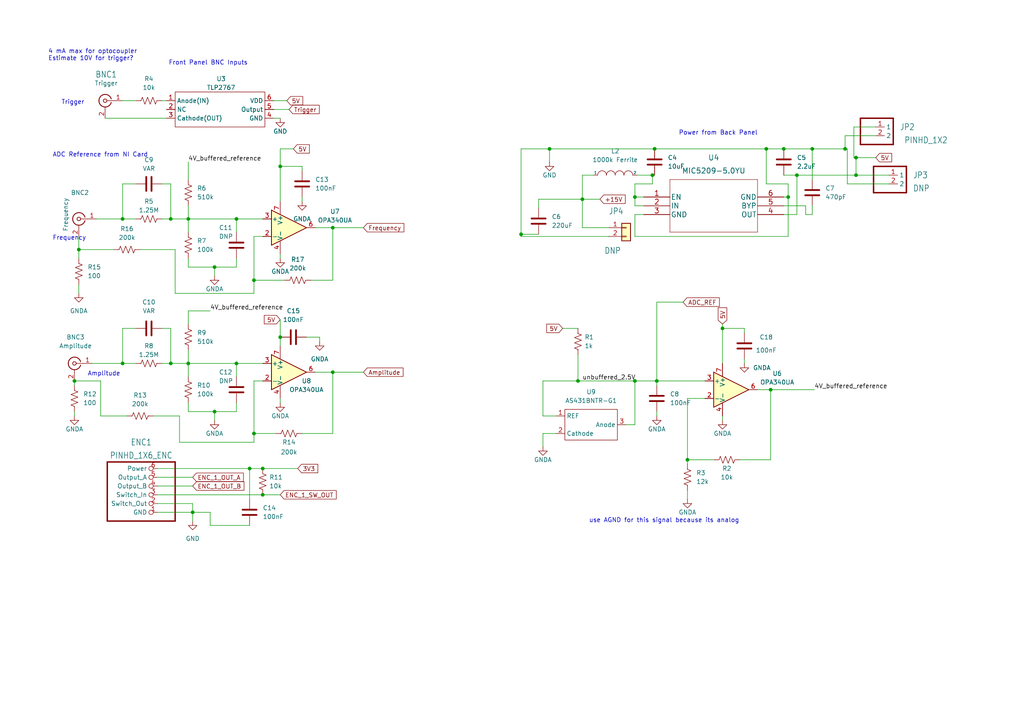
<source format=kicad_sch>
(kicad_sch (version 20211123) (generator eeschema)

  (uuid 0c518891-3f6d-4461-9116-488b972a7b35)

  (paper "A4")

  (lib_symbols
    (symbol "Amplifier_Operational:OPA340UA" (pin_names (offset 0.127)) (in_bom yes) (on_board yes)
      (property "Reference" "U" (id 0) (at 0 6.35 0)
        (effects (font (size 1.27 1.27)) (justify left))
      )
      (property "Value" "OPA340UA" (id 1) (at 0 3.81 0)
        (effects (font (size 1.27 1.27)) (justify left))
      )
      (property "Footprint" "Package_SO:SOIC-8_3.9x4.9mm_P1.27mm" (id 2) (at -2.54 -5.08 0)
        (effects (font (size 1.27 1.27)) (justify left) hide)
      )
      (property "Datasheet" "http://www.ti.com/lit/ds/symlink/opa340.pdf" (id 3) (at 3.81 3.81 0)
        (effects (font (size 1.27 1.27)) hide)
      )
      (property "ki_keywords" "single opamp" (id 4) (at 0 0 0)
        (effects (font (size 1.27 1.27)) hide)
      )
      (property "ki_description" "Single Single-Supply, Rail-to-Rail Operational Amplifier, MicroAmplifier Series, SOIC-8" (id 5) (at 0 0 0)
        (effects (font (size 1.27 1.27)) hide)
      )
      (property "ki_fp_filters" "SOIC*3.9x4.9mm*P1.27mm*" (id 6) (at 0 0 0)
        (effects (font (size 1.27 1.27)) hide)
      )
      (symbol "OPA340UA_0_1"
        (polyline
          (pts
            (xy -5.08 5.08)
            (xy 5.08 0)
            (xy -5.08 -5.08)
            (xy -5.08 5.08)
          )
          (stroke (width 0.254) (type default) (color 0 0 0 0))
          (fill (type background))
        )
      )
      (symbol "OPA340UA_1_1"
        (pin no_connect line (at -2.54 2.54 270) (length 2.54) hide
          (name "NC" (effects (font (size 1.27 1.27))))
          (number "1" (effects (font (size 1.27 1.27))))
        )
        (pin input line (at -7.62 -2.54 0) (length 2.54)
          (name "-" (effects (font (size 1.27 1.27))))
          (number "2" (effects (font (size 1.27 1.27))))
        )
        (pin input line (at -7.62 2.54 0) (length 2.54)
          (name "+" (effects (font (size 1.27 1.27))))
          (number "3" (effects (font (size 1.27 1.27))))
        )
        (pin power_in line (at -2.54 -7.62 90) (length 3.81)
          (name "V-" (effects (font (size 1.27 1.27))))
          (number "4" (effects (font (size 1.27 1.27))))
        )
        (pin no_connect line (at 0 2.54 270) (length 2.54) hide
          (name "NC" (effects (font (size 1.27 1.27))))
          (number "5" (effects (font (size 1.27 1.27))))
        )
        (pin output line (at 7.62 0 180) (length 2.54)
          (name "~" (effects (font (size 1.27 1.27))))
          (number "6" (effects (font (size 1.27 1.27))))
        )
        (pin power_in line (at -2.54 7.62 270) (length 3.81)
          (name "V+" (effects (font (size 1.27 1.27))))
          (number "7" (effects (font (size 1.27 1.27))))
        )
        (pin no_connect line (at 0 -2.54 90) (length 2.54) hide
          (name "NC" (effects (font (size 1.27 1.27))))
          (number "8" (effects (font (size 1.27 1.27))))
        )
      )
    )
    (symbol "Connector:Conn_Coaxial" (pin_names (offset 1.016) hide) (in_bom yes) (on_board yes)
      (property "Reference" "J" (id 0) (at 0.254 3.048 0)
        (effects (font (size 1.27 1.27)))
      )
      (property "Value" "Conn_Coaxial" (id 1) (at 2.921 0 90)
        (effects (font (size 1.27 1.27)))
      )
      (property "Footprint" "" (id 2) (at 0 0 0)
        (effects (font (size 1.27 1.27)) hide)
      )
      (property "Datasheet" " ~" (id 3) (at 0 0 0)
        (effects (font (size 1.27 1.27)) hide)
      )
      (property "ki_keywords" "BNC SMA SMB SMC LEMO coaxial connector CINCH RCA" (id 4) (at 0 0 0)
        (effects (font (size 1.27 1.27)) hide)
      )
      (property "ki_description" "coaxial connector (BNC, SMA, SMB, SMC, Cinch/RCA, LEMO, ...)" (id 5) (at 0 0 0)
        (effects (font (size 1.27 1.27)) hide)
      )
      (property "ki_fp_filters" "*BNC* *SMA* *SMB* *SMC* *Cinch* *LEMO*" (id 6) (at 0 0 0)
        (effects (font (size 1.27 1.27)) hide)
      )
      (symbol "Conn_Coaxial_0_1"
        (arc (start -1.778 -0.508) (mid 0.2311 -1.8066) (end 1.778 0)
          (stroke (width 0.254) (type default) (color 0 0 0 0))
          (fill (type none))
        )
        (polyline
          (pts
            (xy -2.54 0)
            (xy -0.508 0)
          )
          (stroke (width 0) (type default) (color 0 0 0 0))
          (fill (type none))
        )
        (polyline
          (pts
            (xy 0 -2.54)
            (xy 0 -1.778)
          )
          (stroke (width 0) (type default) (color 0 0 0 0))
          (fill (type none))
        )
        (circle (center 0 0) (radius 0.508)
          (stroke (width 0.2032) (type default) (color 0 0 0 0))
          (fill (type none))
        )
        (arc (start 1.778 0) (mid 0.2099 1.8101) (end -1.778 0.508)
          (stroke (width 0.254) (type default) (color 0 0 0 0))
          (fill (type none))
        )
      )
      (symbol "Conn_Coaxial_1_1"
        (pin passive line (at -5.08 0 0) (length 2.54)
          (name "In" (effects (font (size 1.27 1.27))))
          (number "1" (effects (font (size 1.27 1.27))))
        )
        (pin passive line (at 0 -5.08 90) (length 2.54)
          (name "Ext" (effects (font (size 1.27 1.27))))
          (number "2" (effects (font (size 1.27 1.27))))
        )
      )
    )
    (symbol "Connector_Generic:Conn_01x02" (pin_names (offset 1.016) hide) (in_bom yes) (on_board yes)
      (property "Reference" "J" (id 0) (at 0 2.54 0)
        (effects (font (size 1.27 1.27)))
      )
      (property "Value" "Conn_01x02" (id 1) (at 0 -5.08 0)
        (effects (font (size 1.27 1.27)))
      )
      (property "Footprint" "" (id 2) (at 0 0 0)
        (effects (font (size 1.27 1.27)) hide)
      )
      (property "Datasheet" "~" (id 3) (at 0 0 0)
        (effects (font (size 1.27 1.27)) hide)
      )
      (property "ki_keywords" "connector" (id 4) (at 0 0 0)
        (effects (font (size 1.27 1.27)) hide)
      )
      (property "ki_description" "Generic connector, single row, 01x02, script generated (kicad-library-utils/schlib/autogen/connector/)" (id 5) (at 0 0 0)
        (effects (font (size 1.27 1.27)) hide)
      )
      (property "ki_fp_filters" "Connector*:*_1x??_*" (id 6) (at 0 0 0)
        (effects (font (size 1.27 1.27)) hide)
      )
      (symbol "Conn_01x02_1_1"
        (rectangle (start -1.27 -2.413) (end 0 -2.667)
          (stroke (width 0.1524) (type default) (color 0 0 0 0))
          (fill (type none))
        )
        (rectangle (start -1.27 0.127) (end 0 -0.127)
          (stroke (width 0.1524) (type default) (color 0 0 0 0))
          (fill (type none))
        )
        (rectangle (start -1.27 1.27) (end 1.27 -3.81)
          (stroke (width 0.254) (type default) (color 0 0 0 0))
          (fill (type background))
        )
        (pin passive line (at -5.08 0 0) (length 3.81)
          (name "Pin_1" (effects (font (size 1.27 1.27))))
          (number "1" (effects (font (size 1.27 1.27))))
        )
        (pin passive line (at -5.08 -2.54 0) (length 3.81)
          (name "Pin_2" (effects (font (size 1.27 1.27))))
          (number "2" (effects (font (size 1.27 1.27))))
        )
      )
    )
    (symbol "Device:C" (pin_numbers hide) (pin_names (offset 0.254)) (in_bom yes) (on_board yes)
      (property "Reference" "C" (id 0) (at 0.635 2.54 0)
        (effects (font (size 1.27 1.27)) (justify left))
      )
      (property "Value" "C" (id 1) (at 0.635 -2.54 0)
        (effects (font (size 1.27 1.27)) (justify left))
      )
      (property "Footprint" "" (id 2) (at 0.9652 -3.81 0)
        (effects (font (size 1.27 1.27)) hide)
      )
      (property "Datasheet" "~" (id 3) (at 0 0 0)
        (effects (font (size 1.27 1.27)) hide)
      )
      (property "ki_keywords" "cap capacitor" (id 4) (at 0 0 0)
        (effects (font (size 1.27 1.27)) hide)
      )
      (property "ki_description" "Unpolarized capacitor" (id 5) (at 0 0 0)
        (effects (font (size 1.27 1.27)) hide)
      )
      (property "ki_fp_filters" "C_*" (id 6) (at 0 0 0)
        (effects (font (size 1.27 1.27)) hide)
      )
      (symbol "C_0_1"
        (polyline
          (pts
            (xy -2.032 -0.762)
            (xy 2.032 -0.762)
          )
          (stroke (width 0.508) (type default) (color 0 0 0 0))
          (fill (type none))
        )
        (polyline
          (pts
            (xy -2.032 0.762)
            (xy 2.032 0.762)
          )
          (stroke (width 0.508) (type default) (color 0 0 0 0))
          (fill (type none))
        )
      )
      (symbol "C_1_1"
        (pin passive line (at 0 3.81 270) (length 2.794)
          (name "~" (effects (font (size 1.27 1.27))))
          (number "1" (effects (font (size 1.27 1.27))))
        )
        (pin passive line (at 0 -3.81 90) (length 2.794)
          (name "~" (effects (font (size 1.27 1.27))))
          (number "2" (effects (font (size 1.27 1.27))))
        )
      )
    )
    (symbol "Device:R_US" (pin_numbers hide) (pin_names (offset 0)) (in_bom yes) (on_board yes)
      (property "Reference" "R" (id 0) (at 2.54 0 90)
        (effects (font (size 1.27 1.27)))
      )
      (property "Value" "R_US" (id 1) (at -2.54 0 90)
        (effects (font (size 1.27 1.27)))
      )
      (property "Footprint" "" (id 2) (at 1.016 -0.254 90)
        (effects (font (size 1.27 1.27)) hide)
      )
      (property "Datasheet" "~" (id 3) (at 0 0 0)
        (effects (font (size 1.27 1.27)) hide)
      )
      (property "ki_keywords" "R res resistor" (id 4) (at 0 0 0)
        (effects (font (size 1.27 1.27)) hide)
      )
      (property "ki_description" "Resistor, US symbol" (id 5) (at 0 0 0)
        (effects (font (size 1.27 1.27)) hide)
      )
      (property "ki_fp_filters" "R_*" (id 6) (at 0 0 0)
        (effects (font (size 1.27 1.27)) hide)
      )
      (symbol "R_US_0_1"
        (polyline
          (pts
            (xy 0 -2.286)
            (xy 0 -2.54)
          )
          (stroke (width 0) (type default) (color 0 0 0 0))
          (fill (type none))
        )
        (polyline
          (pts
            (xy 0 2.286)
            (xy 0 2.54)
          )
          (stroke (width 0) (type default) (color 0 0 0 0))
          (fill (type none))
        )
        (polyline
          (pts
            (xy 0 -0.762)
            (xy 1.016 -1.143)
            (xy 0 -1.524)
            (xy -1.016 -1.905)
            (xy 0 -2.286)
          )
          (stroke (width 0) (type default) (color 0 0 0 0))
          (fill (type none))
        )
        (polyline
          (pts
            (xy 0 0.762)
            (xy 1.016 0.381)
            (xy 0 0)
            (xy -1.016 -0.381)
            (xy 0 -0.762)
          )
          (stroke (width 0) (type default) (color 0 0 0 0))
          (fill (type none))
        )
        (polyline
          (pts
            (xy 0 2.286)
            (xy 1.016 1.905)
            (xy 0 1.524)
            (xy -1.016 1.143)
            (xy 0 0.762)
          )
          (stroke (width 0) (type default) (color 0 0 0 0))
          (fill (type none))
        )
      )
      (symbol "R_US_1_1"
        (pin passive line (at 0 3.81 270) (length 1.27)
          (name "~" (effects (font (size 1.27 1.27))))
          (number "1" (effects (font (size 1.27 1.27))))
        )
        (pin passive line (at 0 -3.81 90) (length 1.27)
          (name "~" (effects (font (size 1.27 1.27))))
          (number "2" (effects (font (size 1.27 1.27))))
        )
      )
    )
    (symbol "MIC5209-5.0YU:MIC5209-5.0YU" (pin_names (offset 0.254)) (in_bom yes) (on_board yes)
      (property "Reference" "U" (id 0) (at 20.32 10.16 0)
        (effects (font (size 1.524 1.524)))
      )
      (property "Value" "MIC5209-5.0YU" (id 1) (at 20.32 7.62 0)
        (effects (font (size 1.524 1.524)))
      )
      (property "Footprint" "TO-263-5_ET_DDPAK_MCH" (id 2) (at 20.32 6.096 0)
        (effects (font (size 1.524 1.524)) hide)
      )
      (property "Datasheet" "" (id 3) (at 0 0 0)
        (effects (font (size 1.524 1.524)))
      )
      (property "ki_locked" "" (id 4) (at 0 0 0)
        (effects (font (size 1.27 1.27)))
      )
      (property "ki_fp_filters" "TO-263-5_ET_DDPAK_MCH TO-263-5_ET_DDPAK_MCH-M TO-263-5_ET_DDPAK_MCH-L" (id 5) (at 0 0 0)
        (effects (font (size 1.27 1.27)) hide)
      )
      (symbol "MIC5209-5.0YU_1_1"
        (polyline
          (pts
            (xy 7.62 -10.16)
            (xy 33.02 -10.16)
          )
          (stroke (width 0.127) (type default) (color 0 0 0 0))
          (fill (type none))
        )
        (polyline
          (pts
            (xy 7.62 5.08)
            (xy 7.62 -10.16)
          )
          (stroke (width 0.127) (type default) (color 0 0 0 0))
          (fill (type none))
        )
        (polyline
          (pts
            (xy 33.02 -10.16)
            (xy 33.02 5.08)
          )
          (stroke (width 0.127) (type default) (color 0 0 0 0))
          (fill (type none))
        )
        (polyline
          (pts
            (xy 33.02 5.08)
            (xy 7.62 5.08)
          )
          (stroke (width 0.127) (type default) (color 0 0 0 0))
          (fill (type none))
        )
        (pin input line (at 0 0 0) (length 7.62)
          (name "EN" (effects (font (size 1.4986 1.4986))))
          (number "1" (effects (font (size 1.4986 1.4986))))
        )
        (pin power_in line (at 0 -2.54 0) (length 7.62)
          (name "IN" (effects (font (size 1.4986 1.4986))))
          (number "2" (effects (font (size 1.4986 1.4986))))
        )
        (pin power_in line (at 0 -5.08 0) (length 7.62)
          (name "GND" (effects (font (size 1.4986 1.4986))))
          (number "3" (effects (font (size 1.4986 1.4986))))
        )
        (pin output line (at 40.64 -5.08 180) (length 7.62)
          (name "OUT" (effects (font (size 1.4986 1.4986))))
          (number "4" (effects (font (size 1.4986 1.4986))))
        )
        (pin unspecified line (at 40.64 -2.54 180) (length 7.62)
          (name "BYP" (effects (font (size 1.4986 1.4986))))
          (number "5" (effects (font (size 1.4986 1.4986))))
        )
        (pin power_in line (at 40.64 0 180) (length 7.62)
          (name "GND" (effects (font (size 1.4986 1.4986))))
          (number "6" (effects (font (size 1.4986 1.4986))))
        )
      )
    )
    (symbol "eurocard_carrier_lib:AS431BNTR-G1" (in_bom yes) (on_board yes)
      (property "Reference" "U" (id 0) (at 0 9.525 0)
        (effects (font (size 1.27 1.27)))
      )
      (property "Value" "AS431BNTR-G1" (id 1) (at 0.635 6.985 0)
        (effects (font (size 1.27 1.27)))
      )
      (property "Footprint" "" (id 2) (at -7.62 0 0)
        (effects (font (size 1.27 1.27)) hide)
      )
      (property "Datasheet" "" (id 3) (at -7.62 0 0)
        (effects (font (size 1.27 1.27)) hide)
      )
      (symbol "AS431BNTR-G1_0_1"
        (rectangle (start -5.715 5.715) (end 9.525 -3.175)
          (stroke (width 0) (type default) (color 0 0 0 0))
          (fill (type none))
        )
      )
      (symbol "AS431BNTR-G1_1_0"
        (pin free line (at -8.255 3.81 0) (length 2.54)
          (name "REF" (effects (font (size 1.27 1.27))))
          (number "1" (effects (font (size 1.27 1.27))))
        )
        (pin free line (at -8.255 -1.27 0) (length 2.54)
          (name "Cathode" (effects (font (size 1.27 1.27))))
          (number "2" (effects (font (size 1.27 1.27))))
        )
        (pin free line (at 12.065 1.27 180) (length 2.54)
          (name "Anode" (effects (font (size 1.27 1.27))))
          (number "3" (effects (font (size 1.27 1.27))))
        )
      )
    )
    (symbol "eurocard_carrier_lib:PINHD_1X2" (in_bom yes) (on_board yes)
      (property "Reference" "JP?" (id 0) (at -6.35 5.715 0)
        (effects (font (size 1.778 1.5113)) (justify left bottom))
      )
      (property "Value" "PINHD_1X2" (id 1) (at -6.985 -6.35 0)
        (effects (font (size 1.778 1.5113)) (justify left bottom))
      )
      (property "Footprint" "" (id 2) (at 0 0 0)
        (effects (font (size 1.27 1.27)) hide)
      )
      (property "Datasheet" "" (id 3) (at 0 0 0)
        (effects (font (size 1.27 1.27)) hide)
      )
      (property "Value_1" "" (id 4) (at 0 0 0)
        (effects (font (size 1.778 1.5113)) (justify left bottom) hide)
      )
      (property "ki_locked" "" (id 5) (at 0 0 0)
        (effects (font (size 1.27 1.27)))
      )
      (symbol "PINHD_1X2_1_0"
        (polyline
          (pts
            (xy -6.985 -2.54)
            (xy 2.54 -2.54)
          )
          (stroke (width 0.4064) (type default) (color 0 0 0 0))
          (fill (type none))
        )
        (polyline
          (pts
            (xy -6.985 5.08)
            (xy -6.985 -2.54)
          )
          (stroke (width 0.4064) (type default) (color 0 0 0 0))
          (fill (type none))
        )
        (polyline
          (pts
            (xy 2.54 -2.54)
            (xy 2.54 5.08)
          )
          (stroke (width 0.4064) (type default) (color 0 0 0 0))
          (fill (type none))
        )
        (polyline
          (pts
            (xy 2.54 5.08)
            (xy -6.985 5.08)
          )
          (stroke (width 0.4064) (type default) (color 0 0 0 0))
          (fill (type none))
        )
        (pin free line (at -2.54 2.54 0) (length 2.54)
          (name "1" (effects (font (size 1.27 1.27))))
          (number "1" (effects (font (size 1.27 1.27))))
        )
        (pin free line (at -2.54 0 0) (length 2.54)
          (name "2" (effects (font (size 1.27 1.27))))
          (number "2" (effects (font (size 1.27 1.27))))
        )
      )
    )
    (symbol "eurocard_carrier_lib:PINHD_1X6_ENC" (in_bom yes) (on_board yes)
      (property "Reference" "ENC?" (id 0) (at -6.35 5.715 0)
        (effects (font (size 1.778 1.5113)) (justify left bottom))
      )
      (property "Value" "PINHD_1X6_ENC" (id 1) (at -6.985 -19.05 0)
        (effects (font (size 1.778 1.5113)) (justify left bottom))
      )
      (property "Footprint" "" (id 2) (at 1.27 -14.605 0)
        (effects (font (size 1.27 1.27)) hide)
      )
      (property "Datasheet" "" (id 3) (at 0 0 0)
        (effects (font (size 1.27 1.27)) hide)
      )
      (property "ki_locked" "" (id 4) (at 0 0 0)
        (effects (font (size 1.27 1.27)))
      )
      (symbol "PINHD_1X6_ENC_1_0"
        (polyline
          (pts
            (xy -7.62 -12.065)
            (xy 12.065 -12.065)
          )
          (stroke (width 0.4064) (type default) (color 0 0 0 0))
          (fill (type none))
        )
        (polyline
          (pts
            (xy -7.62 5.08)
            (xy -7.62 -12.065)
          )
          (stroke (width 0.4064) (type default) (color 0 0 0 0))
          (fill (type none))
        )
        (polyline
          (pts
            (xy 12.065 -12.065)
            (xy 12.065 5.08)
          )
          (stroke (width 0.4064) (type default) (color 0 0 0 0))
          (fill (type none))
        )
        (polyline
          (pts
            (xy 12.065 5.08)
            (xy -7.62 5.08)
          )
          (stroke (width 0.4064) (type default) (color 0 0 0 0))
          (fill (type none))
        )
        (pin free inverted (at -2.54 2.54 0) (length 2.54)
          (name "GND" (effects (font (size 1.27 1.27))))
          (number "1" (effects (font (size 1.27 1.27))))
        )
        (pin free inverted (at -2.54 0 0) (length 2.54)
          (name "Switch_Out" (effects (font (size 1.27 1.27))))
          (number "2" (effects (font (size 1.27 1.27))))
        )
        (pin free inverted (at -2.54 -2.54 0) (length 2.54)
          (name "Switch_In" (effects (font (size 1.27 1.27))))
          (number "3" (effects (font (size 1.27 1.27))))
        )
        (pin free inverted (at -2.54 -5.08 0) (length 2.54)
          (name "Output_B" (effects (font (size 1.27 1.27))))
          (number "4" (effects (font (size 1.27 1.27))))
        )
        (pin free inverted (at -2.54 -7.62 0) (length 2.54)
          (name "Output_A" (effects (font (size 1.27 1.27))))
          (number "5" (effects (font (size 1.27 1.27))))
        )
        (pin free inverted (at -2.54 -10.16 0) (length 2.54)
          (name "Power" (effects (font (size 1.27 1.27))))
          (number "6" (effects (font (size 1.27 1.27))))
        )
      )
    )
    (symbol "eurocard_carrier_lib:TLP2767" (in_bom yes) (on_board yes)
      (property "Reference" "U" (id 0) (at 8.255 6.35 0)
        (effects (font (size 1.27 1.27)))
      )
      (property "Value" "TLP2767" (id 1) (at 8.255 -7.62 0)
        (effects (font (size 1.27 1.27)))
      )
      (property "Footprint" "" (id 2) (at 0 0 0)
        (effects (font (size 1.27 1.27)) hide)
      )
      (property "Datasheet" "" (id 3) (at 0 0 0)
        (effects (font (size 1.27 1.27)) hide)
      )
      (symbol "TLP2767_0_1"
        (rectangle (start -4.445 4.445) (end 21.59 -5.715)
          (stroke (width 0) (type default) (color 0 0 0 0))
          (fill (type none))
        )
      )
      (symbol "TLP2767_1_0"
        (pin free line (at -6.985 1.905 0) (length 2.54)
          (name "Anode(IN)" (effects (font (size 1.27 1.27))))
          (number "1" (effects (font (size 1.27 1.27))))
        )
        (pin free line (at -6.985 -0.635 0) (length 2.54)
          (name "NC" (effects (font (size 1.27 1.27))))
          (number "2" (effects (font (size 1.27 1.27))))
        )
        (pin free line (at -6.985 -3.175 0) (length 2.54)
          (name "Cathode(OUT)" (effects (font (size 1.27 1.27))))
          (number "3" (effects (font (size 1.27 1.27))))
        )
        (pin free line (at 24.13 -3.175 180) (length 2.54)
          (name "GND" (effects (font (size 1.27 1.27))))
          (number "4" (effects (font (size 1.27 1.27))))
        )
        (pin free line (at 24.13 -0.635 180) (length 2.54)
          (name "Output" (effects (font (size 1.27 1.27))))
          (number "5" (effects (font (size 1.27 1.27))))
        )
        (pin free line (at 24.13 1.905 180) (length 2.54)
          (name "VDD" (effects (font (size 1.27 1.27))))
          (number "6" (effects (font (size 1.27 1.27))))
        )
      )
    )
    (symbol "power:GND" (power) (pin_names (offset 0)) (in_bom yes) (on_board yes)
      (property "Reference" "#PWR" (id 0) (at 0 -6.35 0)
        (effects (font (size 1.27 1.27)) hide)
      )
      (property "Value" "GND" (id 1) (at 0 -3.81 0)
        (effects (font (size 1.27 1.27)))
      )
      (property "Footprint" "" (id 2) (at 0 0 0)
        (effects (font (size 1.27 1.27)) hide)
      )
      (property "Datasheet" "" (id 3) (at 0 0 0)
        (effects (font (size 1.27 1.27)) hide)
      )
      (property "ki_keywords" "power-flag" (id 4) (at 0 0 0)
        (effects (font (size 1.27 1.27)) hide)
      )
      (property "ki_description" "Power symbol creates a global label with name \"GND\" , ground" (id 5) (at 0 0 0)
        (effects (font (size 1.27 1.27)) hide)
      )
      (symbol "GND_0_1"
        (polyline
          (pts
            (xy 0 0)
            (xy 0 -1.27)
            (xy 1.27 -1.27)
            (xy 0 -2.54)
            (xy -1.27 -1.27)
            (xy 0 -1.27)
          )
          (stroke (width 0) (type default) (color 0 0 0 0))
          (fill (type none))
        )
      )
      (symbol "GND_1_1"
        (pin power_in line (at 0 0 270) (length 0) hide
          (name "GND" (effects (font (size 1.27 1.27))))
          (number "1" (effects (font (size 1.27 1.27))))
        )
      )
    )
    (symbol "power:GNDA" (power) (pin_names (offset 0)) (in_bom yes) (on_board yes)
      (property "Reference" "#PWR" (id 0) (at 0 -6.35 0)
        (effects (font (size 1.27 1.27)) hide)
      )
      (property "Value" "GNDA" (id 1) (at 0 -3.81 0)
        (effects (font (size 1.27 1.27)))
      )
      (property "Footprint" "" (id 2) (at 0 0 0)
        (effects (font (size 1.27 1.27)) hide)
      )
      (property "Datasheet" "" (id 3) (at 0 0 0)
        (effects (font (size 1.27 1.27)) hide)
      )
      (property "ki_keywords" "power-flag" (id 4) (at 0 0 0)
        (effects (font (size 1.27 1.27)) hide)
      )
      (property "ki_description" "Power symbol creates a global label with name \"GNDA\" , analog ground" (id 5) (at 0 0 0)
        (effects (font (size 1.27 1.27)) hide)
      )
      (symbol "GNDA_0_1"
        (polyline
          (pts
            (xy 0 0)
            (xy 0 -1.27)
            (xy 1.27 -1.27)
            (xy 0 -2.54)
            (xy -1.27 -1.27)
            (xy 0 -1.27)
          )
          (stroke (width 0) (type default) (color 0 0 0 0))
          (fill (type none))
        )
      )
      (symbol "GNDA_1_1"
        (pin power_in line (at 0 0 270) (length 0) hide
          (name "GNDA" (effects (font (size 1.27 1.27))))
          (number "1" (effects (font (size 1.27 1.27))))
        )
      )
    )
    (symbol "pspice:INDUCTOR" (pin_numbers hide) (pin_names (offset 0)) (in_bom yes) (on_board yes)
      (property "Reference" "L" (id 0) (at 0 2.54 0)
        (effects (font (size 1.27 1.27)))
      )
      (property "Value" "INDUCTOR" (id 1) (at 0 -1.27 0)
        (effects (font (size 1.27 1.27)))
      )
      (property "Footprint" "" (id 2) (at 0 0 0)
        (effects (font (size 1.27 1.27)) hide)
      )
      (property "Datasheet" "~" (id 3) (at 0 0 0)
        (effects (font (size 1.27 1.27)) hide)
      )
      (property "ki_keywords" "simulation" (id 4) (at 0 0 0)
        (effects (font (size 1.27 1.27)) hide)
      )
      (property "ki_description" "Inductor symbol for simulation only" (id 5) (at 0 0 0)
        (effects (font (size 1.27 1.27)) hide)
      )
      (symbol "INDUCTOR_0_1"
        (arc (start -2.54 0) (mid -3.81 1.27) (end -5.08 0)
          (stroke (width 0) (type default) (color 0 0 0 0))
          (fill (type none))
        )
        (arc (start 0 0) (mid -1.27 1.27) (end -2.54 0)
          (stroke (width 0) (type default) (color 0 0 0 0))
          (fill (type none))
        )
        (arc (start 2.54 0) (mid 1.27 1.27) (end 0 0)
          (stroke (width 0) (type default) (color 0 0 0 0))
          (fill (type none))
        )
        (arc (start 5.08 0) (mid 3.81 1.27) (end 2.54 0)
          (stroke (width 0) (type default) (color 0 0 0 0))
          (fill (type none))
        )
      )
      (symbol "INDUCTOR_1_1"
        (pin input line (at -6.35 0 0) (length 1.27)
          (name "1" (effects (font (size 0.762 0.762))))
          (number "1" (effects (font (size 0.762 0.762))))
        )
        (pin input line (at 6.35 0 180) (length 1.27)
          (name "2" (effects (font (size 0.762 0.762))))
          (number "2" (effects (font (size 0.762 0.762))))
        )
      )
    )
  )

  (junction (at 184.15 110.49) (diameter 0) (color 0 0 0 0)
    (uuid 07ccbdbc-bba9-4eef-a121-259e96bcb2a9)
  )
  (junction (at 76.2 135.89) (diameter 0) (color 0 0 0 0)
    (uuid 1ee363ed-022a-464f-9697-9c1d60632ffd)
  )
  (junction (at 228.6 57.15) (diameter 0) (color 0 0 0 0)
    (uuid 2f6b646b-95da-4b9a-8344-edc281247480)
  )
  (junction (at 209.55 95.25) (diameter 0) (color 0 0 0 0)
    (uuid 34d233da-cf04-4cc8-99d9-993dc4dc4fca)
  )
  (junction (at 222.25 43.18) (diameter 0) (color 0 0 0 0)
    (uuid 3e083089-f5a9-4f7c-864e-87f37efdd367)
  )
  (junction (at 22.86 72.39) (diameter 0) (color 0 0 0 0)
    (uuid 415ff7e9-ca15-431d-b20b-033aeab2988c)
  )
  (junction (at 231.14 50.8) (diameter 0) (color 0 0 0 0)
    (uuid 429941c1-91f9-4a58-bffe-c40c328d956a)
  )
  (junction (at 73.66 81.28) (diameter 0) (color 0 0 0 0)
    (uuid 48cc93e1-b4aa-41a0-ad64-d2bf972ba2b5)
  )
  (junction (at 223.52 113.03) (diameter 0) (color 0 0 0 0)
    (uuid 4f5d01ce-9907-4d26-a8ff-86592f04221f)
  )
  (junction (at 199.39 133.35) (diameter 0) (color 0 0 0 0)
    (uuid 530702e3-cbd1-48ff-90e0-9d29c5aacc49)
  )
  (junction (at 168.91 57.785) (diameter 0) (color 0 0 0 0)
    (uuid 54262e82-a0c1-4366-882b-bf753fa761cf)
  )
  (junction (at 96.52 107.95) (diameter 0) (color 0 0 0 0)
    (uuid 63e1609c-ccc7-49a1-97f9-0199374b550e)
  )
  (junction (at 81.28 97.79) (diameter 0) (color 0 0 0 0)
    (uuid 6590e7da-c946-4c81-9d3d-360fad9a5513)
  )
  (junction (at 55.88 148.59) (diameter 0) (color 0 0 0 0)
    (uuid 6a0f19c8-03c7-4166-aca4-f76659bf7ff9)
  )
  (junction (at 235.585 43.18) (diameter 0) (color 0 0 0 0)
    (uuid 6df3b04a-d220-4eeb-b76f-6856e838158a)
  )
  (junction (at 248.285 50.8) (diameter 0) (color 0 0 0 0)
    (uuid 6f5a17d3-efff-41ec-b997-16d14003b526)
  )
  (junction (at 190.5 110.49) (diameter 0) (color 0 0 0 0)
    (uuid 702a783a-6404-4429-9691-605cec881984)
  )
  (junction (at 184.15 57.15) (diameter 0) (color 0 0 0 0)
    (uuid 716e92da-b250-4d86-96fc-56a0a7cadbae)
  )
  (junction (at 68.58 63.5) (diameter 0) (color 0 0 0 0)
    (uuid 7ffc66ef-58b2-4092-81b0-a6c31b875aaf)
  )
  (junction (at 151.13 67.945) (diameter 0) (color 0 0 0 0)
    (uuid 886e8d8b-8542-4eef-9685-6259f0ef41ab)
  )
  (junction (at 81.28 48.26) (diameter 0) (color 0 0 0 0)
    (uuid 97fb91a7-eb6f-4bfa-b59f-8891d9f91ba8)
  )
  (junction (at 72.39 135.89) (diameter 0) (color 0 0 0 0)
    (uuid 9d90abb2-762d-4d92-9c79-8180ac9a6dca)
  )
  (junction (at 159.385 43.18) (diameter 0) (color 0 0 0 0)
    (uuid a4f049b8-f4c1-4ba0-b3fa-973008511c2d)
  )
  (junction (at 62.23 119.38) (diameter 0) (color 0 0 0 0)
    (uuid a5699670-ffbe-492a-b789-ead1ebc5d66c)
  )
  (junction (at 189.865 43.18) (diameter 0) (color 0 0 0 0)
    (uuid b25bb8a2-62b7-47a7-87d7-c4acc5c7da59)
  )
  (junction (at 54.61 63.5) (diameter 0) (color 0 0 0 0)
    (uuid b3e4d2ae-e4bc-48d3-9e43-33b3073ccd46)
  )
  (junction (at 96.52 66.04) (diameter 0) (color 0 0 0 0)
    (uuid beac92f3-53eb-4241-be93-c0aa490cdcf0)
  )
  (junction (at 21.59 110.49) (diameter 0) (color 0 0 0 0)
    (uuid bf1c3259-c038-47a0-8770-a4a43e0296e0)
  )
  (junction (at 167.64 110.49) (diameter 0) (color 0 0 0 0)
    (uuid c9c86c7f-fdd1-4add-8020-6849757451ba)
  )
  (junction (at 35.56 63.5) (diameter 0) (color 0 0 0 0)
    (uuid cd05020b-1667-4cba-951a-21b86969109e)
  )
  (junction (at 49.53 63.5) (diameter 0) (color 0 0 0 0)
    (uuid cd86157b-cd20-46a0-838b-17ed7d674861)
  )
  (junction (at 76.2 143.51) (diameter 0) (color 0 0 0 0)
    (uuid cdd90d13-7fe3-484f-97a5-2444e2b9a1bc)
  )
  (junction (at 245.11 43.18) (diameter 0) (color 0 0 0 0)
    (uuid ceaa1d57-5b7d-488e-b761-16ff25a3d231)
  )
  (junction (at 68.58 105.41) (diameter 0) (color 0 0 0 0)
    (uuid ceecfbb0-7ce8-4b16-8380-8e1c42575427)
  )
  (junction (at 35.56 105.41) (diameter 0) (color 0 0 0 0)
    (uuid d44d2b4d-fbe5-441d-a563-306ac39d0082)
  )
  (junction (at 54.61 105.41) (diameter 0) (color 0 0 0 0)
    (uuid d47b4410-5a55-4679-bb12-bd128c9645e8)
  )
  (junction (at 189.23 50.8) (diameter 0) (color 0 0 0 0)
    (uuid dbbbb8ed-bcc6-4e41-97f3-2b0242e781d2)
  )
  (junction (at 62.23 77.47) (diameter 0) (color 0 0 0 0)
    (uuid e00776bc-6748-45cd-9882-79e2b6f3aa8a)
  )
  (junction (at 49.53 105.41) (diameter 0) (color 0 0 0 0)
    (uuid e2b7ca84-d5bd-4480-912d-d72a039c5053)
  )
  (junction (at 248.285 45.72) (diameter 0) (color 0 0 0 0)
    (uuid f00d8a4c-64b5-4af5-acfd-31377cf1d32a)
  )
  (junction (at 227.33 43.18) (diameter 0) (color 0 0 0 0)
    (uuid f2fa7d30-62e0-4664-8a3e-a9849bdf70e0)
  )
  (junction (at 73.66 125.73) (diameter 0) (color 0 0 0 0)
    (uuid fd27efd3-74fc-43d2-8ea2-eef13b7d32e2)
  )

  (wire (pts (xy 81.28 92.71) (xy 81.28 97.79))
    (stroke (width 0) (type default) (color 0 0 0 0))
    (uuid 01625e5a-3b49-4ac2-a10c-e7b92d5f8054)
  )
  (wire (pts (xy 76.2 135.89) (xy 86.36 135.89))
    (stroke (width 0) (type default) (color 0 0 0 0))
    (uuid 040e634a-5031-48a6-84ee-b6a1049b589a)
  )
  (wire (pts (xy 163.195 95.25) (xy 167.64 95.25))
    (stroke (width 0) (type default) (color 0 0 0 0))
    (uuid 054d930b-d48a-48f9-ae97-4ec25cd6ba58)
  )
  (wire (pts (xy 73.66 125.73) (xy 73.66 128.27))
    (stroke (width 0) (type default) (color 0 0 0 0))
    (uuid 065f7dd2-84a9-4d56-8cbe-2308557b993c)
  )
  (wire (pts (xy 54.61 90.17) (xy 60.96 90.17))
    (stroke (width 0) (type default) (color 0 0 0 0))
    (uuid 06cfc965-60d3-42ad-9fc9-0c8b28dee6fb)
  )
  (wire (pts (xy 227.33 59.69) (xy 233.68 59.69))
    (stroke (width 0) (type default) (color 0 0 0 0))
    (uuid 071edda0-b0be-4618-937c-45b8acd4d5ce)
  )
  (wire (pts (xy 21.59 119.38) (xy 21.59 120.65))
    (stroke (width 0) (type default) (color 0 0 0 0))
    (uuid 088fc3d9-68e1-4734-8eb4-5327376a9049)
  )
  (wire (pts (xy 91.44 66.04) (xy 96.52 66.04))
    (stroke (width 0) (type default) (color 0 0 0 0))
    (uuid 0a561383-c4ce-46ee-b5e9-8d7ed525c1cb)
  )
  (wire (pts (xy 219.71 113.03) (xy 223.52 113.03))
    (stroke (width 0) (type default) (color 0 0 0 0))
    (uuid 0bc720d1-d600-4e93-b87f-fc4ed08b5034)
  )
  (wire (pts (xy 79.375 29.21) (xy 83.185 29.21))
    (stroke (width 0) (type default) (color 0 0 0 0))
    (uuid 0d3e2ec2-9f0b-47d7-96b4-29fbec402260)
  )
  (wire (pts (xy 35.56 29.21) (xy 39.37 29.21))
    (stroke (width 0) (type default) (color 0 0 0 0))
    (uuid 0dd08671-ad09-46d5-81b5-1757464062e6)
  )
  (wire (pts (xy 227.33 50.8) (xy 231.14 50.8))
    (stroke (width 0) (type default) (color 0 0 0 0))
    (uuid 0e800512-7c7b-471e-b7b3-116b4be9b257)
  )
  (wire (pts (xy 168.91 57.785) (xy 173.99 57.785))
    (stroke (width 0) (type default) (color 0 0 0 0))
    (uuid 10072b6c-da39-4a88-be3c-234e3db8f2c0)
  )
  (wire (pts (xy 228.6 68.58) (xy 228.6 57.15))
    (stroke (width 0) (type default) (color 0 0 0 0))
    (uuid 11d216bd-36dc-410e-829f-28b2fc82e8b4)
  )
  (wire (pts (xy 189.23 50.8) (xy 189.23 53.34))
    (stroke (width 0) (type default) (color 0 0 0 0))
    (uuid 1217e1da-0562-4556-8f5d-8c724fc98985)
  )
  (wire (pts (xy 247.65 36.83) (xy 247.65 45.72))
    (stroke (width 0) (type default) (color 0 0 0 0))
    (uuid 12a16922-1ef5-40f3-a650-6a4dee66cb9c)
  )
  (wire (pts (xy 235.585 59.69) (xy 235.585 62.23))
    (stroke (width 0) (type default) (color 0 0 0 0))
    (uuid 12a9e6b0-3f0e-4748-941f-a3370648c1d0)
  )
  (wire (pts (xy 35.56 95.25) (xy 39.37 95.25))
    (stroke (width 0) (type default) (color 0 0 0 0))
    (uuid 14773344-a613-4599-a352-e85ab2f7e7a5)
  )
  (wire (pts (xy 54.61 116.84) (xy 54.61 119.38))
    (stroke (width 0) (type default) (color 0 0 0 0))
    (uuid 153fd3bd-9fbe-4cb6-8acd-df1b21d36c14)
  )
  (wire (pts (xy 54.61 105.41) (xy 68.58 105.41))
    (stroke (width 0) (type default) (color 0 0 0 0))
    (uuid 1874bf84-04f7-433a-9528-ccde8d53b1eb)
  )
  (wire (pts (xy 62.23 80.01) (xy 62.23 77.47))
    (stroke (width 0) (type default) (color 0 0 0 0))
    (uuid 199835e9-8bf9-4fd6-9911-6e6316935e13)
  )
  (wire (pts (xy 228.6 53.34) (xy 222.25 53.34))
    (stroke (width 0) (type default) (color 0 0 0 0))
    (uuid 19c14919-4205-47e2-b736-f0df030ce2ea)
  )
  (wire (pts (xy 190.5 110.49) (xy 190.5 111.76))
    (stroke (width 0) (type default) (color 0 0 0 0))
    (uuid 1a662b0d-0806-4401-9acf-5c5e3b1007be)
  )
  (wire (pts (xy 151.13 67.945) (xy 156.21 67.945))
    (stroke (width 0) (type default) (color 0 0 0 0))
    (uuid 1d7fbba1-e424-4a96-86d5-307a4c555c79)
  )
  (wire (pts (xy 55.88 140.97) (xy 45.72 140.97))
    (stroke (width 0) (type default) (color 0 0 0 0))
    (uuid 1e84f851-6b0f-4cd4-b4da-a44e3f175c16)
  )
  (wire (pts (xy 161.29 120.65) (xy 157.48 120.65))
    (stroke (width 0) (type default) (color 0 0 0 0))
    (uuid 22993ee7-1f84-4bf3-9634-eccad138c1db)
  )
  (wire (pts (xy 72.39 135.89) (xy 76.2 135.89))
    (stroke (width 0) (type default) (color 0 0 0 0))
    (uuid 22fde2f6-b479-4680-9f5d-274ad83d69a5)
  )
  (wire (pts (xy 46.99 29.21) (xy 48.26 29.21))
    (stroke (width 0) (type default) (color 0 0 0 0))
    (uuid 246b348f-05ff-4667-8337-0e4eb88ce39f)
  )
  (wire (pts (xy 209.55 95.25) (xy 215.9 95.25))
    (stroke (width 0) (type default) (color 0 0 0 0))
    (uuid 25a7f38a-b2fe-48c7-bde3-7dd4c2fb1d87)
  )
  (wire (pts (xy 45.72 135.89) (xy 72.39 135.89))
    (stroke (width 0) (type default) (color 0 0 0 0))
    (uuid 2962a270-6b8d-4a70-b3b4-7dd06b68336b)
  )
  (wire (pts (xy 68.58 77.47) (xy 68.58 74.93))
    (stroke (width 0) (type default) (color 0 0 0 0))
    (uuid 2a83436a-241e-450a-b067-df9273fe4500)
  )
  (wire (pts (xy 186.69 62.23) (xy 184.15 62.23))
    (stroke (width 0) (type default) (color 0 0 0 0))
    (uuid 2be65a13-a0b0-4f40-970a-77342a3c7c0b)
  )
  (wire (pts (xy 96.52 81.28) (xy 90.17 81.28))
    (stroke (width 0) (type default) (color 0 0 0 0))
    (uuid 2dbd5eb5-640a-48c5-8f18-5cefe7a848af)
  )
  (wire (pts (xy 231.14 62.23) (xy 231.14 50.8))
    (stroke (width 0) (type default) (color 0 0 0 0))
    (uuid 2f593744-4d6a-4284-9812-1f79c6dc743e)
  )
  (wire (pts (xy 55.88 146.05) (xy 45.72 146.05))
    (stroke (width 0) (type default) (color 0 0 0 0))
    (uuid 2fc913fb-497e-4b19-85f2-bc3dccd2516b)
  )
  (wire (pts (xy 35.56 63.5) (xy 35.56 53.34))
    (stroke (width 0) (type default) (color 0 0 0 0))
    (uuid 30abc65e-a33d-4133-aaf2-6450922ec231)
  )
  (wire (pts (xy 228.6 57.15) (xy 228.6 53.34))
    (stroke (width 0) (type default) (color 0 0 0 0))
    (uuid 3100bb7c-fad5-4824-b897-d49dda945109)
  )
  (wire (pts (xy 62.23 119.38) (xy 54.61 119.38))
    (stroke (width 0) (type default) (color 0 0 0 0))
    (uuid 32ca9255-864c-468b-879b-94ea681a65e5)
  )
  (wire (pts (xy 223.52 133.35) (xy 223.52 113.03))
    (stroke (width 0) (type default) (color 0 0 0 0))
    (uuid 333da686-4960-4dd7-b80f-8932c41099d3)
  )
  (wire (pts (xy 209.55 120.65) (xy 209.55 121.92))
    (stroke (width 0) (type default) (color 0 0 0 0))
    (uuid 3574b4b9-c058-4c17-b25d-10ec36fcf43b)
  )
  (wire (pts (xy 96.52 125.73) (xy 87.63 125.73))
    (stroke (width 0) (type default) (color 0 0 0 0))
    (uuid 3609ab99-2a49-4c70-a8cb-1b71a812f718)
  )
  (wire (pts (xy 27.94 63.5) (xy 35.56 63.5))
    (stroke (width 0) (type default) (color 0 0 0 0))
    (uuid 368ba2ec-ca0a-4abd-93b7-0b1dd44b4013)
  )
  (wire (pts (xy 81.28 97.79) (xy 81.28 100.33))
    (stroke (width 0) (type default) (color 0 0 0 0))
    (uuid 37a3cd18-1fc1-41cb-b8a7-f9d2fc160481)
  )
  (wire (pts (xy 73.66 68.58) (xy 76.2 68.58))
    (stroke (width 0) (type default) (color 0 0 0 0))
    (uuid 3870f35b-60d2-4dcb-b23a-f78a4d77ff01)
  )
  (wire (pts (xy 35.56 105.41) (xy 39.37 105.41))
    (stroke (width 0) (type default) (color 0 0 0 0))
    (uuid 39b6cbe9-7407-4421-83d1-62de2d9665b4)
  )
  (wire (pts (xy 168.91 50.8) (xy 168.91 57.785))
    (stroke (width 0) (type default) (color 0 0 0 0))
    (uuid 3b90ece4-d4c3-4757-9767-e2eb84f3fdd0)
  )
  (wire (pts (xy 235.585 43.18) (xy 245.11 43.18))
    (stroke (width 0) (type default) (color 0 0 0 0))
    (uuid 3d862305-b842-4b94-a803-00928488c1fc)
  )
  (wire (pts (xy 60.96 152.4) (xy 60.96 148.59))
    (stroke (width 0) (type default) (color 0 0 0 0))
    (uuid 3e37ad2d-4591-407a-927b-689f2fb0bcac)
  )
  (wire (pts (xy 204.47 115.57) (xy 199.39 115.57))
    (stroke (width 0) (type default) (color 0 0 0 0))
    (uuid 40298dcb-f4f1-4bc7-871f-eab66e19b02a)
  )
  (wire (pts (xy 199.39 142.24) (xy 199.39 144.78))
    (stroke (width 0) (type default) (color 0 0 0 0))
    (uuid 4295cbbd-4281-4863-8d10-0682cb3d8daf)
  )
  (wire (pts (xy 167.64 110.49) (xy 184.15 110.49))
    (stroke (width 0) (type default) (color 0 0 0 0))
    (uuid 4ad6ea7a-23c2-4e25-a1fe-02ffbb5a22bd)
  )
  (wire (pts (xy 81.28 48.26) (xy 81.28 58.42))
    (stroke (width 0) (type default) (color 0 0 0 0))
    (uuid 4bf2b936-7ad1-4101-b77a-8be7284fc20a)
  )
  (wire (pts (xy 73.66 110.49) (xy 76.2 110.49))
    (stroke (width 0) (type default) (color 0 0 0 0))
    (uuid 501213ae-e192-48bb-a6f6-25e55d726ae0)
  )
  (wire (pts (xy 257.81 53.34) (xy 245.745 53.34))
    (stroke (width 0) (type default) (color 0 0 0 0))
    (uuid 50386d69-7976-4d18-888d-899acd70fbb4)
  )
  (wire (pts (xy 247.65 45.72) (xy 248.285 45.72))
    (stroke (width 0) (type default) (color 0 0 0 0))
    (uuid 516dab92-c6a4-4f36-9f70-8c6f050e80c9)
  )
  (wire (pts (xy 92.71 97.79) (xy 92.71 99.06))
    (stroke (width 0) (type default) (color 0 0 0 0))
    (uuid 549bb6bd-c2d8-484a-af33-f2af1ed36e2a)
  )
  (wire (pts (xy 156.21 57.785) (xy 156.21 60.325))
    (stroke (width 0) (type default) (color 0 0 0 0))
    (uuid 554353f2-103a-4638-a7ac-8991c918ffd3)
  )
  (wire (pts (xy 81.28 115.57) (xy 81.28 116.84))
    (stroke (width 0) (type default) (color 0 0 0 0))
    (uuid 555076b6-6004-48f9-a060-71db33101900)
  )
  (wire (pts (xy 184.15 57.15) (xy 186.69 57.15))
    (stroke (width 0) (type default) (color 0 0 0 0))
    (uuid 58b1dafb-9ad9-4fb5-8601-3d2257612855)
  )
  (wire (pts (xy 22.86 72.39) (xy 22.86 68.58))
    (stroke (width 0) (type default) (color 0 0 0 0))
    (uuid 58b459eb-346d-4f05-8b2c-90e9d43ddb97)
  )
  (wire (pts (xy 245.745 53.34) (xy 245.745 43.18))
    (stroke (width 0) (type default) (color 0 0 0 0))
    (uuid 5a8c9d03-87b9-4ca9-a817-99d5d1ee022b)
  )
  (wire (pts (xy 68.58 105.41) (xy 76.2 105.41))
    (stroke (width 0) (type default) (color 0 0 0 0))
    (uuid 5ac7fe1f-a08d-4dbf-bc41-321997d2fb8d)
  )
  (wire (pts (xy 62.23 121.92) (xy 62.23 119.38))
    (stroke (width 0) (type default) (color 0 0 0 0))
    (uuid 5bc5f344-4133-48e9-bc48-0bcb3bc8655b)
  )
  (wire (pts (xy 96.52 66.04) (xy 105.41 66.04))
    (stroke (width 0) (type default) (color 0 0 0 0))
    (uuid 5dd22027-08f9-4bbb-b8ef-c78e6da349e7)
  )
  (wire (pts (xy 80.01 125.73) (xy 73.66 125.73))
    (stroke (width 0) (type default) (color 0 0 0 0))
    (uuid 5ef8504d-4b97-4445-b6ea-7694a766cd64)
  )
  (wire (pts (xy 60.96 148.59) (xy 55.88 148.59))
    (stroke (width 0) (type default) (color 0 0 0 0))
    (uuid 60c3696a-2c96-463a-91d4-b0330663bced)
  )
  (wire (pts (xy 184.15 68.58) (xy 228.6 68.58))
    (stroke (width 0) (type default) (color 0 0 0 0))
    (uuid 624b232f-34fa-4391-ab39-734e830adaf9)
  )
  (wire (pts (xy 36.83 120.65) (xy 29.21 120.65))
    (stroke (width 0) (type default) (color 0 0 0 0))
    (uuid 62849f1a-5f90-4983-8a90-13a22ad3927f)
  )
  (wire (pts (xy 161.29 125.73) (xy 157.48 125.73))
    (stroke (width 0) (type default) (color 0 0 0 0))
    (uuid 62cc6b38-22f7-40f6-b732-addb1f8dd46d)
  )
  (wire (pts (xy 45.72 143.51) (xy 76.2 143.51))
    (stroke (width 0) (type default) (color 0 0 0 0))
    (uuid 655d7e89-c1ca-4582-b6f9-dee24973fcf9)
  )
  (wire (pts (xy 168.91 57.785) (xy 156.21 57.785))
    (stroke (width 0) (type default) (color 0 0 0 0))
    (uuid 66b19948-7f61-46d1-8a35-25151d97ed44)
  )
  (wire (pts (xy 190.5 120.65) (xy 190.5 119.38))
    (stroke (width 0) (type default) (color 0 0 0 0))
    (uuid 6b8aaf65-a522-4959-a8a0-710f490d37e7)
  )
  (wire (pts (xy 62.23 77.47) (xy 68.58 77.47))
    (stroke (width 0) (type default) (color 0 0 0 0))
    (uuid 6c987445-a912-4ec5-8f70-bfda33ef45a6)
  )
  (wire (pts (xy 68.58 105.41) (xy 68.58 109.22))
    (stroke (width 0) (type default) (color 0 0 0 0))
    (uuid 6d64851f-9d2d-4725-b3e5-3ee30d28f28a)
  )
  (wire (pts (xy 209.55 93.98) (xy 209.55 95.25))
    (stroke (width 0) (type default) (color 0 0 0 0))
    (uuid 6e255f33-65fe-492d-9c05-26fc6767601c)
  )
  (wire (pts (xy 222.25 53.34) (xy 222.25 43.18))
    (stroke (width 0) (type default) (color 0 0 0 0))
    (uuid 6f5e1c58-7e49-42ea-a4be-86c7cbfd9913)
  )
  (wire (pts (xy 21.59 110.49) (xy 21.59 111.76))
    (stroke (width 0) (type default) (color 0 0 0 0))
    (uuid 7225959e-e7af-411a-b50b-246eb4dbb9bf)
  )
  (wire (pts (xy 52.07 120.65) (xy 52.07 128.27))
    (stroke (width 0) (type default) (color 0 0 0 0))
    (uuid 73ba598a-be29-4fb5-929b-7a06be85b9af)
  )
  (wire (pts (xy 231.14 50.8) (xy 248.285 50.8))
    (stroke (width 0) (type default) (color 0 0 0 0))
    (uuid 748b6a91-6358-4374-b403-1b2e92d4b83e)
  )
  (wire (pts (xy 87.63 57.15) (xy 87.63 58.42))
    (stroke (width 0) (type default) (color 0 0 0 0))
    (uuid 74a530a8-50d8-4458-9e24-169544aba154)
  )
  (wire (pts (xy 54.61 105.41) (xy 54.61 109.22))
    (stroke (width 0) (type default) (color 0 0 0 0))
    (uuid 77a878b6-3180-4742-8e2b-4043301ea2b6)
  )
  (wire (pts (xy 189.23 50.8) (xy 189.865 50.8))
    (stroke (width 0) (type default) (color 0 0 0 0))
    (uuid 780bb922-40e4-4bbe-850b-7caace4bec1c)
  )
  (wire (pts (xy 91.44 107.95) (xy 96.52 107.95))
    (stroke (width 0) (type default) (color 0 0 0 0))
    (uuid 796945eb-50ed-42d5-8891-109e7a0ef9c1)
  )
  (wire (pts (xy 151.13 68.58) (xy 176.53 68.58))
    (stroke (width 0) (type default) (color 0 0 0 0))
    (uuid 7a034d1f-2beb-4f37-8e22-fcacfd3229cf)
  )
  (wire (pts (xy 62.23 119.38) (xy 68.58 119.38))
    (stroke (width 0) (type default) (color 0 0 0 0))
    (uuid 7ca41df4-cd2b-4594-94b1-13badebe407b)
  )
  (wire (pts (xy 55.88 148.59) (xy 45.72 148.59))
    (stroke (width 0) (type default) (color 0 0 0 0))
    (uuid 7d4ed80a-b1c0-4cbb-a38b-1cdc8de8c989)
  )
  (wire (pts (xy 46.99 105.41) (xy 49.53 105.41))
    (stroke (width 0) (type default) (color 0 0 0 0))
    (uuid 7d90a10c-4187-4985-8eec-8740ee3a0ede)
  )
  (wire (pts (xy 73.66 85.09) (xy 50.8 85.09))
    (stroke (width 0) (type default) (color 0 0 0 0))
    (uuid 7e028828-998d-4aff-9a9b-8572116dbb7a)
  )
  (wire (pts (xy 54.61 63.5) (xy 54.61 67.31))
    (stroke (width 0) (type default) (color 0 0 0 0))
    (uuid 7f5409ed-75b5-4946-a5b7-b9a164005858)
  )
  (wire (pts (xy 81.28 48.26) (xy 87.63 48.26))
    (stroke (width 0) (type default) (color 0 0 0 0))
    (uuid 8050fdd8-2bbb-4e8c-b0d8-935289d595cb)
  )
  (wire (pts (xy 29.21 120.65) (xy 29.21 110.49))
    (stroke (width 0) (type default) (color 0 0 0 0))
    (uuid 820e69db-bb47-4a97-974b-e0a8e7ff5138)
  )
  (wire (pts (xy 96.52 66.04) (xy 96.52 81.28))
    (stroke (width 0) (type default) (color 0 0 0 0))
    (uuid 83b9ac70-77f1-48d7-a05c-881b17b7dd51)
  )
  (wire (pts (xy 159.385 43.18) (xy 189.865 43.18))
    (stroke (width 0) (type default) (color 0 0 0 0))
    (uuid 84408c51-91cf-40d2-9ed4-f5e316a62021)
  )
  (wire (pts (xy 151.13 43.18) (xy 159.385 43.18))
    (stroke (width 0) (type default) (color 0 0 0 0))
    (uuid 867ea86a-b514-4c56-a6f6-aa0d7f89ae90)
  )
  (wire (pts (xy 157.48 125.73) (xy 157.48 129.54))
    (stroke (width 0) (type default) (color 0 0 0 0))
    (uuid 87a7a180-8329-4ab7-be50-d69df885133b)
  )
  (wire (pts (xy 68.58 63.5) (xy 68.58 67.31))
    (stroke (width 0) (type default) (color 0 0 0 0))
    (uuid 88fba270-02ed-42cb-8536-e76da7f1c608)
  )
  (wire (pts (xy 215.9 104.14) (xy 215.9 105.41))
    (stroke (width 0) (type default) (color 0 0 0 0))
    (uuid 89285c92-6ca7-4a57-8fbe-e6d51e0868b3)
  )
  (wire (pts (xy 54.61 46.99) (xy 54.61 52.07))
    (stroke (width 0) (type default) (color 0 0 0 0))
    (uuid 8caa4543-8673-4af0-820c-061253d2555c)
  )
  (wire (pts (xy 222.25 43.18) (xy 227.33 43.18))
    (stroke (width 0) (type default) (color 0 0 0 0))
    (uuid 8d2b3461-16aa-42ac-bb5a-1c132ac1f33f)
  )
  (wire (pts (xy 30.48 34.29) (xy 48.26 34.29))
    (stroke (width 0) (type default) (color 0 0 0 0))
    (uuid 8eb333ce-91ee-4298-85f5-ba25d4457207)
  )
  (wire (pts (xy 33.02 72.39) (xy 22.86 72.39))
    (stroke (width 0) (type default) (color 0 0 0 0))
    (uuid 8efa762c-0768-44ca-85a6-c228c591c9da)
  )
  (wire (pts (xy 81.28 73.66) (xy 81.28 74.93))
    (stroke (width 0) (type default) (color 0 0 0 0))
    (uuid 8fdd0395-3c5d-4776-8757-a8b6e5ffa714)
  )
  (wire (pts (xy 184.15 53.34) (xy 184.15 57.15))
    (stroke (width 0) (type default) (color 0 0 0 0))
    (uuid 9093be5b-d195-42a2-898d-f41649849168)
  )
  (wire (pts (xy 184.15 59.69) (xy 186.69 59.69))
    (stroke (width 0) (type default) (color 0 0 0 0))
    (uuid 950c2a5f-2315-4e81-83d2-9c30974ad981)
  )
  (wire (pts (xy 184.15 110.49) (xy 190.5 110.49))
    (stroke (width 0) (type default) (color 0 0 0 0))
    (uuid 96ac5925-568d-4d4d-aa74-c2d0d0de9626)
  )
  (wire (pts (xy 72.39 152.4) (xy 60.96 152.4))
    (stroke (width 0) (type default) (color 0 0 0 0))
    (uuid 978c70a5-a31d-4184-a6b4-222b7caa33a2)
  )
  (wire (pts (xy 35.56 63.5) (xy 39.37 63.5))
    (stroke (width 0) (type default) (color 0 0 0 0))
    (uuid 98d1383f-b60d-496d-b9a6-9248ec9ce63a)
  )
  (wire (pts (xy 227.33 57.15) (xy 228.6 57.15))
    (stroke (width 0) (type default) (color 0 0 0 0))
    (uuid 98dd5cfa-3d07-497f-8b74-49fb7ea75b15)
  )
  (wire (pts (xy 157.48 110.49) (xy 167.64 110.49))
    (stroke (width 0) (type default) (color 0 0 0 0))
    (uuid 99136c33-c7b4-4947-9ee4-33162d5c3d86)
  )
  (wire (pts (xy 35.56 105.41) (xy 35.56 95.25))
    (stroke (width 0) (type default) (color 0 0 0 0))
    (uuid 9986edfe-2152-4a97-9c27-095db2276fa0)
  )
  (wire (pts (xy 245.11 39.37) (xy 245.11 43.18))
    (stroke (width 0) (type default) (color 0 0 0 0))
    (uuid 9a0b3fb6-e832-4465-b910-7cba20c1c15c)
  )
  (wire (pts (xy 72.39 144.78) (xy 72.39 135.89))
    (stroke (width 0) (type default) (color 0 0 0 0))
    (uuid 9b0f789f-b79c-427f-92d9-4c1a8a07e6b8)
  )
  (wire (pts (xy 22.86 74.93) (xy 22.86 72.39))
    (stroke (width 0) (type default) (color 0 0 0 0))
    (uuid 9d4bb768-f780-4616-acc3-215958b57d9e)
  )
  (wire (pts (xy 54.61 74.93) (xy 54.61 77.47))
    (stroke (width 0) (type default) (color 0 0 0 0))
    (uuid 9ea55f2a-5f72-42d9-a7e8-2a24be0b9931)
  )
  (wire (pts (xy 189.865 43.18) (xy 222.25 43.18))
    (stroke (width 0) (type default) (color 0 0 0 0))
    (uuid a0b80858-8652-4659-b703-944681064934)
  )
  (wire (pts (xy 68.58 63.5) (xy 76.2 63.5))
    (stroke (width 0) (type default) (color 0 0 0 0))
    (uuid a126a07f-7ea2-40ef-8e47-7994563bfae3)
  )
  (wire (pts (xy 233.68 62.23) (xy 235.585 62.23))
    (stroke (width 0) (type default) (color 0 0 0 0))
    (uuid a2484637-698f-4057-9f4d-fa9c81135cc5)
  )
  (wire (pts (xy 26.67 105.41) (xy 35.56 105.41))
    (stroke (width 0) (type default) (color 0 0 0 0))
    (uuid a3068b43-5c18-491c-99d1-d3bc75c2e371)
  )
  (wire (pts (xy 46.99 63.5) (xy 49.53 63.5))
    (stroke (width 0) (type default) (color 0 0 0 0))
    (uuid a3de48d4-4631-4dac-bf5f-ad4128e0c9af)
  )
  (wire (pts (xy 76.2 143.51) (xy 81.28 143.51))
    (stroke (width 0) (type default) (color 0 0 0 0))
    (uuid a46448d3-eca5-43a1-911d-8c8d5ee46a5e)
  )
  (wire (pts (xy 49.53 63.5) (xy 54.61 63.5))
    (stroke (width 0) (type default) (color 0 0 0 0))
    (uuid a77336f9-82b3-4a37-878e-db1c7596925e)
  )
  (wire (pts (xy 62.23 77.47) (xy 54.61 77.47))
    (stroke (width 0) (type default) (color 0 0 0 0))
    (uuid a93c8ea7-a133-478c-b8dc-bbe25eaca25d)
  )
  (wire (pts (xy 54.61 101.6) (xy 54.61 105.41))
    (stroke (width 0) (type default) (color 0 0 0 0))
    (uuid a9ae7388-9afd-470a-b83e-6ff34bd010a8)
  )
  (wire (pts (xy 52.07 128.27) (xy 73.66 128.27))
    (stroke (width 0) (type default) (color 0 0 0 0))
    (uuid b0e1482f-69a2-48af-a79c-22be7aff1b36)
  )
  (wire (pts (xy 190.5 110.49) (xy 190.5 87.63))
    (stroke (width 0) (type default) (color 0 0 0 0))
    (uuid b24723aa-f9a2-446a-9722-12e0de182d11)
  )
  (wire (pts (xy 254 36.83) (xy 247.65 36.83))
    (stroke (width 0) (type default) (color 0 0 0 0))
    (uuid b35f3395-efd3-44c4-adbf-57f84aceb45a)
  )
  (wire (pts (xy 81.28 43.18) (xy 85.09 43.18))
    (stroke (width 0) (type default) (color 0 0 0 0))
    (uuid b382b6da-d5e8-4763-90ab-10611dce8e7a)
  )
  (wire (pts (xy 215.9 96.52) (xy 215.9 95.25))
    (stroke (width 0) (type default) (color 0 0 0 0))
    (uuid b4b54e32-c803-4cf8-aa7b-d2707e345c02)
  )
  (wire (pts (xy 168.91 57.785) (xy 168.91 66.04))
    (stroke (width 0) (type default) (color 0 0 0 0))
    (uuid b4bebf05-ff86-4cef-869c-b9c2fb4c9b1d)
  )
  (wire (pts (xy 73.66 81.28) (xy 73.66 85.09))
    (stroke (width 0) (type default) (color 0 0 0 0))
    (uuid b4e1d84b-f174-4ee5-a373-66a0a431dab3)
  )
  (wire (pts (xy 184.15 123.19) (xy 181.61 123.19))
    (stroke (width 0) (type default) (color 0 0 0 0))
    (uuid b693969b-dea1-4b37-9ff5-76203ef7b50f)
  )
  (wire (pts (xy 184.15 62.23) (xy 184.15 68.58))
    (stroke (width 0) (type default) (color 0 0 0 0))
    (uuid b7d5ba4f-3cb9-489d-afbf-478114a0ab55)
  )
  (wire (pts (xy 49.53 53.34) (xy 49.53 63.5))
    (stroke (width 0) (type default) (color 0 0 0 0))
    (uuid b7deaf0c-dbb5-43f5-9d89-c088433f8884)
  )
  (wire (pts (xy 184.15 57.15) (xy 184.15 59.69))
    (stroke (width 0) (type default) (color 0 0 0 0))
    (uuid bc530a20-f449-4084-8fe8-edd8789a6470)
  )
  (wire (pts (xy 248.285 45.72) (xy 254 45.72))
    (stroke (width 0) (type default) (color 0 0 0 0))
    (uuid bcac9115-4dd3-4c6a-b727-44c6cabbccc6)
  )
  (wire (pts (xy 55.88 138.43) (xy 45.72 138.43))
    (stroke (width 0) (type default) (color 0 0 0 0))
    (uuid be5c21d2-ff9c-4f75-b224-0a1c56e78f46)
  )
  (wire (pts (xy 22.86 85.09) (xy 22.86 82.55))
    (stroke (width 0) (type default) (color 0 0 0 0))
    (uuid c0c51327-e0b8-4226-8645-ac12904b2e63)
  )
  (wire (pts (xy 49.53 105.41) (xy 54.61 105.41))
    (stroke (width 0) (type default) (color 0 0 0 0))
    (uuid c15ea596-e4e2-464f-b0cb-12ed1385c422)
  )
  (wire (pts (xy 44.45 120.65) (xy 52.07 120.65))
    (stroke (width 0) (type default) (color 0 0 0 0))
    (uuid c2d8cdb7-eccd-4bf5-afdf-e44b5dfe9965)
  )
  (wire (pts (xy 235.585 52.07) (xy 235.585 43.18))
    (stroke (width 0) (type default) (color 0 0 0 0))
    (uuid c3a716f8-3dab-4781-a537-99b0ec077afe)
  )
  (wire (pts (xy 184.785 50.8) (xy 189.23 50.8))
    (stroke (width 0) (type default) (color 0 0 0 0))
    (uuid c713e1ab-bf4a-45f5-ae95-1dd9675944e1)
  )
  (wire (pts (xy 46.99 95.25) (xy 49.53 95.25))
    (stroke (width 0) (type default) (color 0 0 0 0))
    (uuid c7b125f4-9020-4673-a07c-43f276767735)
  )
  (wire (pts (xy 54.61 93.98) (xy 54.61 90.17))
    (stroke (width 0) (type default) (color 0 0 0 0))
    (uuid c82f351f-b8b4-4ad8-8cb5-3a561e66b942)
  )
  (wire (pts (xy 54.61 59.69) (xy 54.61 63.5))
    (stroke (width 0) (type default) (color 0 0 0 0))
    (uuid c8b06f55-a03d-42eb-9422-45198b01e979)
  )
  (wire (pts (xy 54.61 63.5) (xy 68.58 63.5))
    (stroke (width 0) (type default) (color 0 0 0 0))
    (uuid c98d45d2-210a-47c0-9ad7-949e1014ee65)
  )
  (wire (pts (xy 35.56 53.34) (xy 39.37 53.34))
    (stroke (width 0) (type default) (color 0 0 0 0))
    (uuid ca0f8c81-9da4-4f85-95da-bdb38c1d078b)
  )
  (wire (pts (xy 151.13 43.18) (xy 151.13 67.945))
    (stroke (width 0) (type default) (color 0 0 0 0))
    (uuid ca3e75b3-0e1f-4095-b884-3b5a2eac2a9e)
  )
  (wire (pts (xy 79.375 31.75) (xy 83.82 31.75))
    (stroke (width 0) (type default) (color 0 0 0 0))
    (uuid d0e156b8-89b1-456d-bf54-65e1417e5093)
  )
  (wire (pts (xy 223.52 113.03) (xy 236.22 113.03))
    (stroke (width 0) (type default) (color 0 0 0 0))
    (uuid d159f54b-3f09-4d32-9e4d-397b5384b0be)
  )
  (wire (pts (xy 199.39 133.35) (xy 207.01 133.35))
    (stroke (width 0) (type default) (color 0 0 0 0))
    (uuid d29b4083-dc05-453b-9a53-7df0acae660d)
  )
  (wire (pts (xy 190.5 110.49) (xy 204.47 110.49))
    (stroke (width 0) (type default) (color 0 0 0 0))
    (uuid d5f49992-1842-4298-8252-a7a367b1229a)
  )
  (wire (pts (xy 227.33 43.18) (xy 235.585 43.18))
    (stroke (width 0) (type default) (color 0 0 0 0))
    (uuid d642f711-1ba6-4e66-a682-fc05dc97c777)
  )
  (wire (pts (xy 248.285 45.72) (xy 248.285 50.8))
    (stroke (width 0) (type default) (color 0 0 0 0))
    (uuid d7b4994c-57e7-4655-b728-3cbcbf377ed0)
  )
  (wire (pts (xy 29.21 110.49) (xy 21.59 110.49))
    (stroke (width 0) (type default) (color 0 0 0 0))
    (uuid d7d91fba-9c40-4f52-84d3-42111fd1be36)
  )
  (wire (pts (xy 167.64 102.87) (xy 167.64 110.49))
    (stroke (width 0) (type default) (color 0 0 0 0))
    (uuid dbe2b5c6-9429-44a6-bb04-aef5de5a9a14)
  )
  (wire (pts (xy 73.66 110.49) (xy 73.66 125.73))
    (stroke (width 0) (type default) (color 0 0 0 0))
    (uuid dc4e77d0-dd18-4e8f-9433-963b3b7a1c06)
  )
  (wire (pts (xy 79.375 34.29) (xy 81.28 34.29))
    (stroke (width 0) (type default) (color 0 0 0 0))
    (uuid dd12c8cf-8458-4eff-9921-a417636d0428)
  )
  (wire (pts (xy 209.55 95.25) (xy 209.55 105.41))
    (stroke (width 0) (type default) (color 0 0 0 0))
    (uuid dd6ca9b5-eb4c-4ee5-b88f-855c10904c12)
  )
  (wire (pts (xy 87.63 49.53) (xy 87.63 48.26))
    (stroke (width 0) (type default) (color 0 0 0 0))
    (uuid ddf4c402-c4a9-43c9-82fb-23f56c4186f1)
  )
  (wire (pts (xy 68.58 119.38) (xy 68.58 116.84))
    (stroke (width 0) (type default) (color 0 0 0 0))
    (uuid de8ebb16-8575-410b-adc5-4747c4409e9e)
  )
  (wire (pts (xy 151.13 67.945) (xy 151.13 68.58))
    (stroke (width 0) (type default) (color 0 0 0 0))
    (uuid dfe6f9f2-bd3a-476e-aa99-01553969c8cf)
  )
  (wire (pts (xy 46.99 53.34) (xy 49.53 53.34))
    (stroke (width 0) (type default) (color 0 0 0 0))
    (uuid e4d223aa-98cd-4cda-ab6f-e480ea250f6b)
  )
  (wire (pts (xy 96.52 107.95) (xy 96.52 125.73))
    (stroke (width 0) (type default) (color 0 0 0 0))
    (uuid e6195d54-6b95-40ad-b774-d62c9db2ac0d)
  )
  (wire (pts (xy 82.55 81.28) (xy 73.66 81.28))
    (stroke (width 0) (type default) (color 0 0 0 0))
    (uuid e6603b50-0e82-4880-872b-716f9aa1211e)
  )
  (wire (pts (xy 92.71 97.79) (xy 88.9 97.79))
    (stroke (width 0) (type default) (color 0 0 0 0))
    (uuid e7283873-ff5a-4f25-8a3b-9236b7e7ba18)
  )
  (wire (pts (xy 199.39 115.57) (xy 199.39 133.35))
    (stroke (width 0) (type default) (color 0 0 0 0))
    (uuid e732c996-beb2-4bcc-b981-c8fbc7b2dbc2)
  )
  (wire (pts (xy 159.385 43.18) (xy 159.385 46.99))
    (stroke (width 0) (type default) (color 0 0 0 0))
    (uuid e7a0769f-1276-4b51-a72e-dae561e13029)
  )
  (wire (pts (xy 227.33 62.23) (xy 231.14 62.23))
    (stroke (width 0) (type default) (color 0 0 0 0))
    (uuid e7b42189-d958-4392-8da9-a1139ceb7983)
  )
  (wire (pts (xy 168.91 50.8) (xy 172.085 50.8))
    (stroke (width 0) (type default) (color 0 0 0 0))
    (uuid e90599ad-87f7-4bde-8954-a91bb2d43e6d)
  )
  (wire (pts (xy 199.39 133.35) (xy 199.39 134.62))
    (stroke (width 0) (type default) (color 0 0 0 0))
    (uuid e95bfe5b-b537-45b4-a97a-049df219f719)
  )
  (wire (pts (xy 96.52 107.95) (xy 105.41 107.95))
    (stroke (width 0) (type default) (color 0 0 0 0))
    (uuid e969aec8-8345-412c-a119-b3a2730f0bc8)
  )
  (wire (pts (xy 55.88 146.05) (xy 55.88 148.59))
    (stroke (width 0) (type default) (color 0 0 0 0))
    (uuid e9c82b0f-de6d-4ba4-8727-47cd5310498d)
  )
  (wire (pts (xy 49.53 95.25) (xy 49.53 105.41))
    (stroke (width 0) (type default) (color 0 0 0 0))
    (uuid eb96ada4-999f-4683-b6d5-03c5e8b2f22b)
  )
  (wire (pts (xy 245.11 43.18) (xy 245.745 43.18))
    (stroke (width 0) (type default) (color 0 0 0 0))
    (uuid ecddac94-9d92-40dd-8e06-a557087d6d03)
  )
  (wire (pts (xy 254 39.37) (xy 245.11 39.37))
    (stroke (width 0) (type default) (color 0 0 0 0))
    (uuid ee91068b-0476-4b39-8d4a-2666a7cf009f)
  )
  (wire (pts (xy 233.68 59.69) (xy 233.68 62.23))
    (stroke (width 0) (type default) (color 0 0 0 0))
    (uuid eef1957e-fcb6-446f-adac-f28c4bc6c4a9)
  )
  (wire (pts (xy 190.5 87.63) (xy 198.12 87.63))
    (stroke (width 0) (type default) (color 0 0 0 0))
    (uuid efa79e60-cac0-4f1e-bb44-9b67e360268e)
  )
  (wire (pts (xy 73.66 81.28) (xy 73.66 68.58))
    (stroke (width 0) (type default) (color 0 0 0 0))
    (uuid efbff004-e4b1-4153-9f14-7ae7c1008c49)
  )
  (wire (pts (xy 50.8 72.39) (xy 40.64 72.39))
    (stroke (width 0) (type default) (color 0 0 0 0))
    (uuid efe03b7a-fa42-419b-bb09-9a1db16540bd)
  )
  (wire (pts (xy 50.8 85.09) (xy 50.8 72.39))
    (stroke (width 0) (type default) (color 0 0 0 0))
    (uuid f19c2089-4c84-422c-807d-23add6f00af7)
  )
  (wire (pts (xy 157.48 120.65) (xy 157.48 110.49))
    (stroke (width 0) (type default) (color 0 0 0 0))
    (uuid f2db9a13-51b5-417d-b66c-10ac9bb150ba)
  )
  (wire (pts (xy 176.53 66.04) (xy 168.91 66.04))
    (stroke (width 0) (type default) (color 0 0 0 0))
    (uuid f3b883c3-74df-46eb-8f70-5d9db2e56cd8)
  )
  (wire (pts (xy 184.15 110.49) (xy 184.15 123.19))
    (stroke (width 0) (type default) (color 0 0 0 0))
    (uuid f5dc92ad-194a-4fcd-b439-ddb87e1de1fa)
  )
  (wire (pts (xy 214.63 133.35) (xy 223.52 133.35))
    (stroke (width 0) (type default) (color 0 0 0 0))
    (uuid f67eb787-b52e-46db-a51d-74c8cc5db967)
  )
  (wire (pts (xy 81.28 43.18) (xy 81.28 48.26))
    (stroke (width 0) (type default) (color 0 0 0 0))
    (uuid f7c5d64a-8092-4fdc-94ab-262f65562f32)
  )
  (wire (pts (xy 189.23 53.34) (xy 184.15 53.34))
    (stroke (width 0) (type default) (color 0 0 0 0))
    (uuid fae672eb-e50b-491c-b9fd-b8eaaccc58e7)
  )
  (wire (pts (xy 248.285 50.8) (xy 257.81 50.8))
    (stroke (width 0) (type default) (color 0 0 0 0))
    (uuid fd7925ba-3ced-4fa0-8b8a-72c04dfe4f79)
  )
  (wire (pts (xy 55.88 151.13) (xy 55.88 148.59))
    (stroke (width 0) (type default) (color 0 0 0 0))
    (uuid ff9f31a9-388f-4b19-8cad-359e032b0885)
  )

  (text "Frequency" (at 15.24 69.85 0)
    (effects (font (size 1.27 1.27)) (justify left bottom))
    (uuid 15e74a4f-2ad3-45ed-8094-98dc6fb5d53a)
  )
  (text "ADC Reference from NI Card" (at 15.24 45.72 0)
    (effects (font (size 1.27 1.27)) (justify left bottom))
    (uuid 4a4e1c0e-364f-4de3-b0f8-17233bf6e274)
  )
  (text "use AGND for this signal because its analog" (at 170.815 151.765 0)
    (effects (font (size 1.27 1.27)) (justify left bottom))
    (uuid 7dcbeb79-c4ce-4e98-ae85-3fbcb9d7b8b6)
  )
  (text "Trigger" (at 17.78 30.48 0)
    (effects (font (size 1.27 1.27)) (justify left bottom))
    (uuid 81789967-19d4-448b-ad02-3f58b2b211d1)
  )
  (text "4 mA max for optocoupler\nEstimate 10V for trigger?"
    (at 13.97 17.78 0)
    (effects (font (size 1.27 1.27)) (justify left bottom))
    (uuid 8b179d4a-f730-40d1-bf61-cc3f26f0b5ad)
  )
  (text "Amplitude\n" (at 25.4 109.22 0)
    (effects (font (size 1.27 1.27)) (justify left bottom))
    (uuid 8c36eb7f-ef54-493a-a776-1200379d61bf)
  )
  (text "Front Panel BNC Inputs" (at 48.895 19.05 0)
    (effects (font (size 1.27 1.27)) (justify left bottom))
    (uuid 8d0f7777-0249-44dd-a84b-f8666b5a75ab)
  )
  (text "Power from Back Panel" (at 196.85 39.37 0)
    (effects (font (size 1.27 1.27)) (justify left bottom))
    (uuid c5fc2679-424d-44fc-b6f2-0839c59a4df4)
  )

  (label "4V_buffered_reference" (at 236.22 113.03 0)
    (effects (font (size 1.27 1.27)) (justify left bottom))
    (uuid 069dbce6-63eb-426b-b82f-2155068c2995)
  )
  (label "4V_buffered_reference" (at 60.96 90.17 0)
    (effects (font (size 1.27 1.27)) (justify left bottom))
    (uuid dd926ccc-7d48-4376-8f33-82cf2edbdc74)
  )
  (label "4V_buffered_reference" (at 54.61 46.99 0)
    (effects (font (size 1.27 1.27)) (justify left bottom))
    (uuid f6a3e9f6-04c2-4b09-acf4-a8f3f8ab8522)
  )
  (label "unbuffered_2.5V" (at 168.91 110.49 0)
    (effects (font (size 1.27 1.27)) (justify left bottom))
    (uuid f8e7dda6-f946-4d25-8f11-ee2a3dc99532)
  )

  (global_label "Frequency" (shape input) (at 105.41 66.04 0) (fields_autoplaced)
    (effects (font (size 1.2446 1.2446)) (justify left))
    (uuid 193d6221-7b7b-449c-be96-55cd6ac4527c)
    (property "Intersheet References" "${INTERSHEET_REFS}" (id 0) (at 117.1389 65.9622 0)
      (effects (font (size 1.2446 1.2446)) (justify left) hide)
    )
  )
  (global_label "5V" (shape input) (at 163.195 95.25 180) (fields_autoplaced)
    (effects (font (size 1.2446 1.2446)) (justify right))
    (uuid 3da2c820-35ba-460b-955c-d48deba9c937)
    (property "Intersheet References" "${INTERSHEET_REFS}" (id 0) (at 158.5781 95.1722 0)
      (effects (font (size 1.2446 1.2446)) (justify right) hide)
    )
  )
  (global_label "+15V" (shape input) (at 173.99 57.785 0) (fields_autoplaced)
    (effects (font (size 1.2446 1.2446)) (justify left))
    (uuid 4790b727-32e4-48d7-9c72-98054ad439a2)
    (property "Intersheet References" "${INTERSHEET_REFS}" (id 0) (at 181.3332 57.7072 0)
      (effects (font (size 1.2446 1.2446)) (justify left) hide)
    )
  )
  (global_label "5V" (shape input) (at 85.09 43.18 0) (fields_autoplaced)
    (effects (font (size 1.2446 1.2446)) (justify left))
    (uuid 4c14e23c-11b4-4064-a4bd-c104ef1c04e7)
    (property "Intersheet References" "${INTERSHEET_REFS}" (id 0) (at 89.7069 43.1022 0)
      (effects (font (size 1.2446 1.2446)) (justify left) hide)
    )
  )
  (global_label "5V" (shape input) (at 83.185 29.21 0) (fields_autoplaced)
    (effects (font (size 1.2446 1.2446)) (justify left))
    (uuid 4d471ba5-3284-4857-9a2b-644a8b28508e)
    (property "Intersheet References" "${INTERSHEET_REFS}" (id 0) (at 87.8019 29.1322 0)
      (effects (font (size 1.2446 1.2446)) (justify left) hide)
    )
  )
  (global_label "Trigger" (shape input) (at 83.82 31.75 0) (fields_autoplaced)
    (effects (font (size 1.2446 1.2446)) (justify left))
    (uuid 637057f0-a02f-4a7f-943d-2198ffe0295a)
    (property "Intersheet References" "${INTERSHEET_REFS}" (id 0) (at 92.5856 31.6722 0)
      (effects (font (size 1.2446 1.2446)) (justify left) hide)
    )
  )
  (global_label "ENC_1_OUT_B" (shape input) (at 55.88 140.97 0) (fields_autoplaced)
    (effects (font (size 1.2446 1.2446)) (justify left))
    (uuid 6ba1257e-2424-4390-97ce-2bf3e95a4122)
    (property "Intersheet References" "${INTERSHEET_REFS}" (id 0) (at 70.7501 140.8922 0)
      (effects (font (size 1.2446 1.2446)) (justify left) hide)
    )
  )
  (global_label "5V" (shape input) (at 209.55 93.98 90) (fields_autoplaced)
    (effects (font (size 1.27 1.27)) (justify left))
    (uuid 82ec7073-476e-4f30-b64f-7777d0b9d04a)
    (property "Intersheet References" "${INTERSHEET_REFS}" (id 0) (at 209.4706 89.2688 90)
      (effects (font (size 1.27 1.27)) (justify left) hide)
    )
  )
  (global_label "5V" (shape input) (at 81.28 92.71 180) (fields_autoplaced)
    (effects (font (size 1.2446 1.2446)) (justify right))
    (uuid 86b22ee8-1a9c-4edd-90d7-755ec8283a92)
    (property "Intersheet References" "${INTERSHEET_REFS}" (id 0) (at 76.6631 92.6322 0)
      (effects (font (size 1.2446 1.2446)) (justify right) hide)
    )
  )
  (global_label "3V3" (shape input) (at 86.36 135.89 0) (fields_autoplaced)
    (effects (font (size 1.2446 1.2446)) (justify left))
    (uuid a280b6a9-ef73-4ce4-ba2d-768fe95943ec)
    (property "Intersheet References" "${INTERSHEET_REFS}" (id 0) (at 92.1623 135.8122 0)
      (effects (font (size 1.2446 1.2446)) (justify left) hide)
    )
  )
  (global_label "ENC_1_OUT_A" (shape input) (at 55.88 138.43 0) (fields_autoplaced)
    (effects (font (size 1.2446 1.2446)) (justify left))
    (uuid b465296f-86c6-4c17-b6af-5358adb096c1)
    (property "Intersheet References" "${INTERSHEET_REFS}" (id 0) (at 70.5723 138.3522 0)
      (effects (font (size 1.2446 1.2446)) (justify left) hide)
    )
  )
  (global_label "ENC_1_SW_OUT" (shape input) (at 81.28 143.51 0) (fields_autoplaced)
    (effects (font (size 1.2446 1.2446)) (justify left))
    (uuid b7486315-11a3-4770-9179-65903735d011)
    (property "Intersheet References" "${INTERSHEET_REFS}" (id 0) (at 97.5132 143.4322 0)
      (effects (font (size 1.2446 1.2446)) (justify left) hide)
    )
  )
  (global_label "ADC_REF" (shape input) (at 198.12 87.63 0) (fields_autoplaced)
    (effects (font (size 1.27 1.27)) (justify left))
    (uuid ea89135f-efac-4281-a282-00c08a02db86)
    (property "Intersheet References" "${INTERSHEET_REFS}" (id 0) (at 208.6369 87.5506 0)
      (effects (font (size 1.27 1.27)) (justify left) hide)
    )
  )
  (global_label "Amplitude" (shape input) (at 105.41 107.95 0) (fields_autoplaced)
    (effects (font (size 1.2446 1.2446)) (justify left))
    (uuid eafccb20-5d93-4201-86c3-a447db5b45d6)
    (property "Intersheet References" "${INTERSHEET_REFS}" (id 0) (at 116.9019 107.8722 0)
      (effects (font (size 1.2446 1.2446)) (justify left) hide)
    )
  )
  (global_label "5V" (shape input) (at 254 45.72 0) (fields_autoplaced)
    (effects (font (size 1.2446 1.2446)) (justify left))
    (uuid ed59fb0e-b83f-4252-bbb1-8905e7480425)
    (property "Intersheet References" "${INTERSHEET_REFS}" (id 0) (at 258.6169 45.6422 0)
      (effects (font (size 1.2446 1.2446)) (justify left) hide)
    )
  )

  (symbol (lib_id "power:GND") (at 55.88 151.13 0) (mirror y) (unit 1)
    (in_bom yes) (on_board yes) (fields_autoplaced)
    (uuid 01d82446-8809-43cd-bbb8-6c1a3d3e271c)
    (property "Reference" "#PWR0111" (id 0) (at 55.88 157.48 0)
      (effects (font (size 1.27 1.27)) hide)
    )
    (property "Value" "GND" (id 1) (at 55.88 156.21 0))
    (property "Footprint" "" (id 2) (at 55.88 151.13 0)
      (effects (font (size 1.27 1.27)) hide)
    )
    (property "Datasheet" "" (id 3) (at 55.88 151.13 0)
      (effects (font (size 1.27 1.27)) hide)
    )
    (pin "1" (uuid 32f42c99-5b10-4346-bab9-74b71ba7e7fe))
  )

  (symbol (lib_id "power:GNDA") (at 190.5 120.65 0) (mirror y) (unit 1)
    (in_bom yes) (on_board yes)
    (uuid 0341e356-d6c7-4527-bb06-cd542d00ed0d)
    (property "Reference" "#PWR0114" (id 0) (at 190.5 127 0)
      (effects (font (size 1.27 1.27)) hide)
    )
    (property "Value" "GNDA" (id 1) (at 190.5 124.46 0))
    (property "Footprint" "" (id 2) (at 190.5 120.65 0)
      (effects (font (size 1.27 1.27)) hide)
    )
    (property "Datasheet" "" (id 3) (at 190.5 120.65 0)
      (effects (font (size 1.27 1.27)) hide)
    )
    (pin "1" (uuid 8a1832ee-fe42-4fa8-9d33-23f590ed1e84))
  )

  (symbol (lib_id "eurocard_carrier_lib:TLP2767") (at 55.245 31.115 0) (unit 1)
    (in_bom yes) (on_board yes)
    (uuid 106fafb7-3b3c-4f41-ba67-2ff8f7d4c198)
    (property "Reference" "U3" (id 0) (at 64.135 22.86 0))
    (property "Value" "TLP2767" (id 1) (at 64.135 25.4 0))
    (property "Footprint" "carrier_board_fp:TLP2767" (id 2) (at -66.675 -66.675 0)
      (effects (font (size 1.27 1.27)) hide)
    )
    (property "Datasheet" "" (id 3) (at 55.245 31.115 0)
      (effects (font (size 1.27 1.27)) hide)
    )
    (pin "1" (uuid 09514b4b-5166-41ee-b9ed-72e8b36ea686))
    (pin "2" (uuid 6bd712fb-5672-43d7-af0b-b48a21aa1d73))
    (pin "3" (uuid eea5677e-21a9-4559-b952-1b26fa0d9a3b))
    (pin "4" (uuid 78d62b41-324b-46b1-a080-4779c57f4874))
    (pin "5" (uuid e3257ac2-e88d-4302-a0ba-d0d0bc7dadfe))
    (pin "6" (uuid e43247de-5618-4354-b7d1-679c76f8cc1f))
  )

  (symbol (lib_id "Device:R_US") (at 76.2 139.7 0) (unit 1)
    (in_bom yes) (on_board yes) (fields_autoplaced)
    (uuid 1589b607-2df0-4090-8089-32463382c753)
    (property "Reference" "R11" (id 0) (at 78.105 138.4299 0)
      (effects (font (size 1.27 1.27)) (justify left))
    )
    (property "Value" "10k" (id 1) (at 78.105 140.9699 0)
      (effects (font (size 1.27 1.27)) (justify left))
    )
    (property "Footprint" "carrier_board_fp:0603FP" (id 2) (at 77.216 139.954 90)
      (effects (font (size 1.27 1.27)) hide)
    )
    (property "Datasheet" "~" (id 3) (at 76.2 139.7 0)
      (effects (font (size 1.27 1.27)) hide)
    )
    (pin "1" (uuid 8e866929-e549-4624-8ef4-b16ef7159ce7))
    (pin "2" (uuid a2be792d-f977-4a70-9e46-e2f516ebe71e))
  )

  (symbol (lib_id "eurocard_carrier_lib:PINHD_1X2") (at 260.35 53.34 0) (unit 1)
    (in_bom yes) (on_board yes)
    (uuid 160be210-6369-484f-8d11-25c45d7a6f5b)
    (property "Reference" "JP3" (id 0) (at 264.795 50.8 0)
      (effects (font (size 1.778 1.5113)) (justify left))
    )
    (property "Value" "DNP" (id 1) (at 264.795 54.61 0)
      (effects (font (size 1.778 1.5113)) (justify left))
    )
    (property "Footprint" "carrier_board_fp:PINHD_1X2" (id 2) (at 36.195 124.46 0)
      (effects (font (size 1.27 1.27)) hide)
    )
    (property "Datasheet" "" (id 3) (at 260.35 53.34 0)
      (effects (font (size 1.27 1.27)) hide)
    )
    (property "Value_1" "" (id 4) (at 260.35 53.34 0)
      (effects (font (size 1.778 1.5113)) (justify left bottom) hide)
    )
    (pin "1" (uuid 0f40ae92-7aaa-4c39-ae8a-164291d86898))
    (pin "2" (uuid d8fd67bb-9a98-46a8-9ae2-9b4d1a9c0095))
  )

  (symbol (lib_id "MIC5209-5.0YU:MIC5209-5.0YU") (at 186.69 57.15 0) (unit 1)
    (in_bom yes) (on_board yes) (fields_autoplaced)
    (uuid 181b6c17-4d72-4809-a724-f2720f218301)
    (property "Reference" "U4" (id 0) (at 207.01 45.72 0)
      (effects (font (size 1.524 1.524)))
    )
    (property "Value" "MIC5209-5.0YU" (id 1) (at 207.01 49.53 0)
      (effects (font (size 1.524 1.524)))
    )
    (property "Footprint" "MIC5209-5.0YU:MIC5209-5.0YU" (id 2) (at 207.01 51.054 0)
      (effects (font (size 1.524 1.524)) hide)
    )
    (property "Datasheet" "" (id 3) (at 186.69 57.15 0)
      (effects (font (size 1.524 1.524)))
    )
    (pin "1" (uuid a176f367-c9b5-41a8-9d93-dec682a8bd82))
    (pin "2" (uuid 9557d12f-301f-48dc-ae8b-e73f926957b9))
    (pin "3" (uuid fcffcb85-7d51-4281-8f94-4932be365a43))
    (pin "4" (uuid 11e8e381-3f5b-4dd8-abc4-817f8a1b672d))
    (pin "5" (uuid 305b7df4-78a2-4b50-bebf-079debf751a9))
    (pin "6" (uuid 4ba9e421-5fd7-4988-bc9b-f398b31d557d))
  )

  (symbol (lib_id "eurocard_carrier_lib:PINHD_1X6_ENC") (at 43.18 146.05 180) (unit 1)
    (in_bom yes) (on_board yes) (fields_autoplaced)
    (uuid 18386cfa-a8ca-4f2d-aea1-1664c631a950)
    (property "Reference" "ENC1" (id 0) (at 40.9575 128.27 0)
      (effects (font (size 1.778 1.5113)))
    )
    (property "Value" "PINHD_1X6_ENC" (id 1) (at 40.9575 132.08 0)
      (effects (font (size 1.778 1.5113)))
    )
    (property "Footprint" "Connector_PinHeader_2.54mm:PinHeader_1x06_P2.54mm_Vertical" (id 2) (at 41.91 131.445 0)
      (effects (font (size 1.27 1.27)) hide)
    )
    (property "Datasheet" "" (id 3) (at 43.18 146.05 0)
      (effects (font (size 1.27 1.27)) hide)
    )
    (pin "1" (uuid 7b6b092e-3cb3-41fe-8f2a-a3680aca8e87))
    (pin "2" (uuid 1bfc22c4-b32c-4419-9499-2f511514200f))
    (pin "3" (uuid 7eedef1e-2a88-4b3c-98d4-5d4b56c1709d))
    (pin "4" (uuid b6ccb8fd-c0e9-44d1-a330-12edb34a91e9))
    (pin "5" (uuid 04ad360b-d0ee-4699-b6f4-0958b403c9b9))
    (pin "6" (uuid 175e76bc-cf24-4646-b7a0-f27b05f84518))
  )

  (symbol (lib_id "Connector:Conn_Coaxial") (at 30.48 29.21 0) (mirror y) (unit 1)
    (in_bom yes) (on_board yes) (fields_autoplaced)
    (uuid 1b08a3df-076c-4e80-9126-93446604e1b1)
    (property "Reference" "BNC1" (id 0) (at 30.7974 21.59 0)
      (effects (font (size 1.778 1.5113)))
    )
    (property "Value" "Trigger" (id 1) (at 30.7974 24.13 0))
    (property "Footprint" "Connector_Coaxial:SMA_Amphenol_132134_Vertical" (id 2) (at 30.48 29.21 0)
      (effects (font (size 1.27 1.27)) hide)
    )
    (property "Datasheet" " ~" (id 3) (at 30.48 29.21 0)
      (effects (font (size 1.27 1.27)) hide)
    )
    (pin "1" (uuid c7e613f1-afa6-4489-a51a-27da06311793))
    (pin "2" (uuid 610c7455-a296-4b08-8ce5-c932e26f1c66))
  )

  (symbol (lib_id "Device:C") (at 215.9 100.33 0) (unit 1)
    (in_bom yes) (on_board yes)
    (uuid 2b869e1a-8583-4bec-9812-5ba216685d8e)
    (property "Reference" "C18" (id 0) (at 222.25 97.79 0))
    (property "Value" "100nF" (id 1) (at 222.25 101.6 0))
    (property "Footprint" "Capacitor_SMD:C_0603_1608Metric" (id 2) (at 216.8652 104.14 0)
      (effects (font (size 1.27 1.27)) hide)
    )
    (property "Datasheet" "~" (id 3) (at 215.9 100.33 0)
      (effects (font (size 1.27 1.27)) hide)
    )
    (pin "1" (uuid 82555038-7dc5-4dbc-a6bf-7fce11a89559))
    (pin "2" (uuid b1708779-ca03-498f-8e3e-020cd406e117))
  )

  (symbol (lib_id "power:GNDA") (at 92.71 99.06 0) (unit 1)
    (in_bom yes) (on_board yes) (fields_autoplaced)
    (uuid 2da5614e-9417-4323-85bc-0be5a0213c06)
    (property "Reference" "#PWR02" (id 0) (at 92.71 105.41 0)
      (effects (font (size 1.27 1.27)) hide)
    )
    (property "Value" "GNDA" (id 1) (at 92.71 104.14 0))
    (property "Footprint" "" (id 2) (at 92.71 99.06 0)
      (effects (font (size 1.27 1.27)) hide)
    )
    (property "Datasheet" "" (id 3) (at 92.71 99.06 0)
      (effects (font (size 1.27 1.27)) hide)
    )
    (pin "1" (uuid 43b48a4e-bb19-485c-aa84-014c382494c7))
  )

  (symbol (lib_id "pspice:INDUCTOR") (at 178.435 50.8 0) (unit 1)
    (in_bom yes) (on_board yes) (fields_autoplaced)
    (uuid 2fa0d554-a03b-491e-8d70-e865b17da09b)
    (property "Reference" "L2" (id 0) (at 178.435 43.815 0))
    (property "Value" "1000k Ferrite" (id 1) (at 178.435 46.355 0))
    (property "Footprint" "carrier_board_fp:0603FP" (id 2) (at 178.435 50.8 0)
      (effects (font (size 1.27 1.27)) hide)
    )
    (property "Datasheet" "~" (id 3) (at 178.435 50.8 0)
      (effects (font (size 1.27 1.27)) hide)
    )
    (pin "1" (uuid dc221ad2-2e55-4998-8de8-ce0bb630611b))
    (pin "2" (uuid ef549536-7058-4b15-ae55-a3203c2a5721))
  )

  (symbol (lib_id "Device:C") (at 235.585 55.88 0) (unit 1)
    (in_bom yes) (on_board yes) (fields_autoplaced)
    (uuid 314d82cc-4e4b-4e54-84fb-7d0a8dbf5aa7)
    (property "Reference" "C7" (id 0) (at 239.395 54.6099 0)
      (effects (font (size 1.27 1.27)) (justify left))
    )
    (property "Value" "470pF" (id 1) (at 239.395 57.1499 0)
      (effects (font (size 1.27 1.27)) (justify left))
    )
    (property "Footprint" "carrier_board_fp:0603FP" (id 2) (at 236.5502 59.69 0)
      (effects (font (size 1.27 1.27)) hide)
    )
    (property "Datasheet" "~" (id 3) (at 235.585 55.88 0)
      (effects (font (size 1.27 1.27)) hide)
    )
    (pin "1" (uuid 06533c38-b5d7-4eb5-9b8b-9fb06ada5d1b))
    (pin "2" (uuid 70ef52ac-86e5-45e9-b16c-274db443f34e))
  )

  (symbol (lib_id "power:GNDA") (at 21.59 120.65 0) (mirror y) (unit 1)
    (in_bom yes) (on_board yes)
    (uuid 31537bf4-18c8-4821-85b2-542ded0e4112)
    (property "Reference" "#PWR0101" (id 0) (at 21.59 127 0)
      (effects (font (size 1.27 1.27)) hide)
    )
    (property "Value" "GNDA" (id 1) (at 21.59 124.46 0))
    (property "Footprint" "" (id 2) (at 21.59 120.65 0)
      (effects (font (size 1.27 1.27)) hide)
    )
    (property "Datasheet" "" (id 3) (at 21.59 120.65 0)
      (effects (font (size 1.27 1.27)) hide)
    )
    (pin "1" (uuid 57c7c762-9b3d-4a93-8291-e0e27b850b7a))
  )

  (symbol (lib_id "Amplifier_Operational:OPA340UA") (at 212.09 113.03 0) (unit 1)
    (in_bom yes) (on_board yes) (fields_autoplaced)
    (uuid 464af27e-5601-46cd-a4b8-6e0de293fa6e)
    (property "Reference" "U6" (id 0) (at 225.425 108.331 0))
    (property "Value" "OPA340UA" (id 1) (at 225.425 110.871 0))
    (property "Footprint" "Package_SO:SOIC-8_3.9x4.9mm_P1.27mm" (id 2) (at 209.55 118.11 0)
      (effects (font (size 1.27 1.27)) (justify left) hide)
    )
    (property "Datasheet" "http://www.ti.com/lit/ds/symlink/opa340.pdf" (id 3) (at 215.9 109.22 0)
      (effects (font (size 1.27 1.27)) hide)
    )
    (pin "1" (uuid b5308f93-8d57-453c-984d-149ba31c6b33))
    (pin "2" (uuid c80acb60-a469-46d6-8e43-8743e8ebb085))
    (pin "3" (uuid 2ddd8921-f32b-4721-a24f-ff10dbab5f47))
    (pin "4" (uuid acd121bf-8c68-4eec-9456-bd57d37e0e12))
    (pin "5" (uuid 0e773268-dec2-4dde-a3f9-a50ac1c14113))
    (pin "6" (uuid 8fdd705b-c429-4ead-99d5-ca31f3a3c060))
    (pin "7" (uuid c3c1c9c6-cc97-43b4-b899-835f51ccecd5))
    (pin "8" (uuid 5465b159-5009-4ac2-81f7-2f2eb1b40090))
  )

  (symbol (lib_id "power:GNDA") (at 87.63 58.42 0) (unit 1)
    (in_bom yes) (on_board yes) (fields_autoplaced)
    (uuid 4af5cded-791d-4cac-bdf1-173ea76cd811)
    (property "Reference" "#PWR01" (id 0) (at 87.63 64.77 0)
      (effects (font (size 1.27 1.27)) hide)
    )
    (property "Value" "GNDA" (id 1) (at 87.63 63.5 0))
    (property "Footprint" "" (id 2) (at 87.63 58.42 0)
      (effects (font (size 1.27 1.27)) hide)
    )
    (property "Datasheet" "" (id 3) (at 87.63 58.42 0)
      (effects (font (size 1.27 1.27)) hide)
    )
    (pin "1" (uuid 7f84f528-b087-4055-9f81-ca5b5d1d0a69))
  )

  (symbol (lib_id "Device:C") (at 190.5 115.57 0) (unit 1)
    (in_bom yes) (on_board yes) (fields_autoplaced)
    (uuid 57c0878e-1750-4f86-a85a-3ddf0420919a)
    (property "Reference" "C8" (id 0) (at 194.31 114.2999 0)
      (effects (font (size 1.27 1.27)) (justify left))
    )
    (property "Value" "100nF" (id 1) (at 194.31 116.8399 0)
      (effects (font (size 1.27 1.27)) (justify left))
    )
    (property "Footprint" "carrier_board_fp:0603FP" (id 2) (at 191.4652 119.38 0)
      (effects (font (size 1.27 1.27)) hide)
    )
    (property "Datasheet" "~" (id 3) (at 190.5 115.57 0)
      (effects (font (size 1.27 1.27)) hide)
    )
    (pin "1" (uuid 0e1f1e07-8341-45f7-8c37-65f901138dd2))
    (pin "2" (uuid 2103958a-3bca-499f-8f66-c6df7a19af11))
  )

  (symbol (lib_id "Device:R_US") (at 40.64 120.65 90) (unit 1)
    (in_bom yes) (on_board yes) (fields_autoplaced)
    (uuid 5d2b48ab-4c22-4382-a18b-8b4bfc5e5fc1)
    (property "Reference" "R13" (id 0) (at 40.64 114.628 90))
    (property "Value" "200k" (id 1) (at 40.64 117.168 90))
    (property "Footprint" "Resistor_SMD:R_0603_1608Metric" (id 2) (at 40.894 119.634 90)
      (effects (font (size 1.27 1.27)) hide)
    )
    (property "Datasheet" "~" (id 3) (at 40.64 120.65 0)
      (effects (font (size 1.27 1.27)) hide)
    )
    (pin "1" (uuid 31aa714b-a273-465d-b05d-79c16df5ff60))
    (pin "2" (uuid 73c67537-01bb-4abf-b960-848e12179828))
  )

  (symbol (lib_id "Device:R_US") (at 167.64 99.06 0) (unit 1)
    (in_bom yes) (on_board yes) (fields_autoplaced)
    (uuid 601d4dfa-723e-4512-87be-5e323c022959)
    (property "Reference" "R1" (id 0) (at 169.545 97.7899 0)
      (effects (font (size 1.27 1.27)) (justify left))
    )
    (property "Value" "1k" (id 1) (at 169.545 100.3299 0)
      (effects (font (size 1.27 1.27)) (justify left))
    )
    (property "Footprint" "carrier_board_fp:0603FP" (id 2) (at 168.656 99.314 90)
      (effects (font (size 1.27 1.27)) hide)
    )
    (property "Datasheet" "~" (id 3) (at 167.64 99.06 0)
      (effects (font (size 1.27 1.27)) hide)
    )
    (pin "1" (uuid ae9f89e9-beb6-4608-832d-093f1abe214c))
    (pin "2" (uuid 96f63e7c-374f-4aaa-b02a-c7ecfc427fc1))
  )

  (symbol (lib_id "Amplifier_Operational:OPA340UA") (at 83.82 66.04 0) (unit 1)
    (in_bom yes) (on_board yes) (fields_autoplaced)
    (uuid 738e725c-6ff7-4a48-ac47-f7ed287eb2a9)
    (property "Reference" "U7" (id 0) (at 97.155 61.341 0))
    (property "Value" "OPA340UA" (id 1) (at 97.155 63.881 0))
    (property "Footprint" "Package_SO:SOIC-8_3.9x4.9mm_P1.27mm" (id 2) (at 81.28 71.12 0)
      (effects (font (size 1.27 1.27)) (justify left) hide)
    )
    (property "Datasheet" "http://www.ti.com/lit/ds/symlink/opa340.pdf" (id 3) (at 87.63 62.23 0)
      (effects (font (size 1.27 1.27)) hide)
    )
    (pin "1" (uuid 0e4bdea8-11b0-470f-bd05-1a98a7afef94))
    (pin "2" (uuid eda11793-4c8d-40b6-8e42-72c1eb99f3e5))
    (pin "3" (uuid 22bd15b0-1051-4c2b-a309-4b392ed3060a))
    (pin "4" (uuid fc0f93a8-b66b-4924-a7e7-4447b8852d94))
    (pin "5" (uuid 8020e24a-0297-4e11-947a-625f51d3768d))
    (pin "6" (uuid 58433bdf-a81f-41c0-a3ab-1c9725babc95))
    (pin "7" (uuid c2f19a78-d4d3-4b26-99bd-c4f6c351f233))
    (pin "8" (uuid 56504bea-c1cc-4868-9ce4-b54bb5aa1c48))
  )

  (symbol (lib_id "Device:C") (at 227.33 46.99 0) (unit 1)
    (in_bom yes) (on_board yes) (fields_autoplaced)
    (uuid 76b5fd9a-d639-462b-af23-121244a6c07a)
    (property "Reference" "C5" (id 0) (at 231.14 45.7199 0)
      (effects (font (size 1.27 1.27)) (justify left))
    )
    (property "Value" "2.2uF" (id 1) (at 231.14 48.2599 0)
      (effects (font (size 1.27 1.27)) (justify left))
    )
    (property "Footprint" "carrier_board_fp:0603FP" (id 2) (at 228.2952 50.8 0)
      (effects (font (size 1.27 1.27)) hide)
    )
    (property "Datasheet" "~" (id 3) (at 227.33 46.99 0)
      (effects (font (size 1.27 1.27)) hide)
    )
    (pin "1" (uuid ab9ad1f5-8dd6-4cf7-adb7-44412a3beb7d))
    (pin "2" (uuid 7b322a2f-7cc3-4aed-92b8-f05c397087e7))
  )

  (symbol (lib_id "Connector:Conn_Coaxial") (at 21.59 105.41 0) (mirror y) (unit 1)
    (in_bom yes) (on_board yes) (fields_autoplaced)
    (uuid 7771467f-c869-4ed9-8852-f59c1d12722a)
    (property "Reference" "BNC3" (id 0) (at 21.9074 97.79 0))
    (property "Value" "Amplitude" (id 1) (at 21.9074 100.33 0))
    (property "Footprint" "Connector_Coaxial:SMA_Amphenol_132134_Vertical" (id 2) (at 21.59 105.41 0)
      (effects (font (size 1.27 1.27)) hide)
    )
    (property "Datasheet" " ~" (id 3) (at 21.59 105.41 0)
      (effects (font (size 1.27 1.27)) hide)
    )
    (pin "1" (uuid d2872696-89e9-492c-9bee-c75b667dc3a4))
    (pin "2" (uuid 56e73a3f-2b8b-455a-a8ca-dad9b535fbd2))
  )

  (symbol (lib_id "Device:R_US") (at 43.18 105.41 90) (unit 1)
    (in_bom yes) (on_board yes)
    (uuid 7874bbf3-7d5f-4f48-aae9-015bebfa11ea)
    (property "Reference" "R8" (id 0) (at 43.18 100.33 90))
    (property "Value" "1.25M" (id 1) (at 43.18 102.87 90))
    (property "Footprint" "carrier_board_fp:0603FP" (id 2) (at 43.434 104.394 90)
      (effects (font (size 1.27 1.27)) hide)
    )
    (property "Datasheet" "~" (id 3) (at 43.18 105.41 0)
      (effects (font (size 1.27 1.27)) hide)
    )
    (pin "1" (uuid 1211005e-504a-438d-837b-71bc34ab098b))
    (pin "2" (uuid 7b401ace-fb21-400b-b511-a4b52165ee53))
  )

  (symbol (lib_id "Device:C") (at 156.21 64.135 0) (unit 1)
    (in_bom yes) (on_board yes) (fields_autoplaced)
    (uuid 78e5f904-fd2d-49b9-9481-d89d8dc8d0f8)
    (property "Reference" "C6" (id 0) (at 160.02 62.8649 0)
      (effects (font (size 1.27 1.27)) (justify left))
    )
    (property "Value" "220uF" (id 1) (at 160.02 65.4049 0)
      (effects (font (size 1.27 1.27)) (justify left))
    )
    (property "Footprint" "carrier_board_fp:0603FP" (id 2) (at 157.1752 67.945 0)
      (effects (font (size 1.27 1.27)) hide)
    )
    (property "Datasheet" "~" (id 3) (at 156.21 64.135 0)
      (effects (font (size 1.27 1.27)) hide)
    )
    (pin "1" (uuid d1d744b2-70a9-4ff4-8780-cd41102785e4))
    (pin "2" (uuid 497d28c6-ed45-4d7a-a0a8-e0894dd51905))
  )

  (symbol (lib_id "Amplifier_Operational:OPA340UA") (at 83.82 107.95 0) (unit 1)
    (in_bom yes) (on_board yes)
    (uuid 7d16be16-c5f8-4929-a2bf-fd8f5d6a5530)
    (property "Reference" "U8" (id 0) (at 88.9 110.49 0))
    (property "Value" "OPA340UA" (id 1) (at 88.9 113.03 0))
    (property "Footprint" "Package_SO:SOIC-8_3.9x4.9mm_P1.27mm" (id 2) (at 81.28 113.03 0)
      (effects (font (size 1.27 1.27)) (justify left) hide)
    )
    (property "Datasheet" "http://www.ti.com/lit/ds/symlink/opa340.pdf" (id 3) (at 87.63 104.14 0)
      (effects (font (size 1.27 1.27)) hide)
    )
    (pin "1" (uuid 60451750-7ce6-4f05-9487-6ea8082f1f51))
    (pin "2" (uuid 3715620c-576a-400b-996d-486f3449e12a))
    (pin "3" (uuid 2432c57a-56dc-46cf-bb2f-295005a45605))
    (pin "4" (uuid 9277a128-6dee-4ee9-b271-02997c9ed1f6))
    (pin "5" (uuid 29a1e328-e4ee-4c4f-bd77-39a3fdfe2045))
    (pin "6" (uuid da6e8b46-5828-49ad-b5ed-fbe0d9c8f755))
    (pin "7" (uuid 7ec8df8a-f142-43ff-9e60-de7084494956))
    (pin "8" (uuid 93a19016-571e-49e2-84b9-8c5efd4157aa))
  )

  (symbol (lib_id "power:GND") (at 81.28 34.29 0) (mirror y) (unit 1)
    (in_bom yes) (on_board yes)
    (uuid 8494cb84-7955-46c6-a289-17a0d4794a76)
    (property "Reference" "#PWR0112" (id 0) (at 81.28 40.64 0)
      (effects (font (size 1.27 1.27)) hide)
    )
    (property "Value" "GND" (id 1) (at 81.28 38.1 0))
    (property "Footprint" "" (id 2) (at 81.28 34.29 0)
      (effects (font (size 1.27 1.27)) hide)
    )
    (property "Datasheet" "" (id 3) (at 81.28 34.29 0)
      (effects (font (size 1.27 1.27)) hide)
    )
    (pin "1" (uuid 6ac40695-5ecb-4edc-a780-e4f8417891c5))
  )

  (symbol (lib_id "power:GNDA") (at 209.55 121.92 0) (mirror y) (unit 1)
    (in_bom yes) (on_board yes)
    (uuid 85f6f99f-b0b7-46d4-8041-37f6b062d3ea)
    (property "Reference" "#PWR0117" (id 0) (at 209.55 128.27 0)
      (effects (font (size 1.27 1.27)) hide)
    )
    (property "Value" "GNDA" (id 1) (at 209.55 125.73 0))
    (property "Footprint" "" (id 2) (at 209.55 121.92 0)
      (effects (font (size 1.27 1.27)) hide)
    )
    (property "Datasheet" "" (id 3) (at 209.55 121.92 0)
      (effects (font (size 1.27 1.27)) hide)
    )
    (pin "1" (uuid dbf484cc-68f1-4671-986d-b30f4f4ca8d3))
  )

  (symbol (lib_id "Device:R_US") (at 54.61 97.79 0) (unit 1)
    (in_bom yes) (on_board yes) (fields_autoplaced)
    (uuid 8672cec3-27dd-41c1-ba12-9c629754a825)
    (property "Reference" "R9" (id 0) (at 57.15 96.5199 0)
      (effects (font (size 1.27 1.27)) (justify left))
    )
    (property "Value" "510k" (id 1) (at 57.15 99.0599 0)
      (effects (font (size 1.27 1.27)) (justify left))
    )
    (property "Footprint" "carrier_board_fp:0603FP" (id 2) (at 55.626 98.044 90)
      (effects (font (size 1.27 1.27)) hide)
    )
    (property "Datasheet" "~" (id 3) (at 54.61 97.79 0)
      (effects (font (size 1.27 1.27)) hide)
    )
    (pin "1" (uuid 3ee65b43-3b21-4267-95ac-a2ce65acdb98))
    (pin "2" (uuid c1dab098-d89e-4169-8f33-9980f030237e))
  )

  (symbol (lib_id "power:GNDA") (at 199.39 144.78 0) (unit 1)
    (in_bom yes) (on_board yes) (fields_autoplaced)
    (uuid 8792fb1d-c7f7-49af-85fb-799b7e808d04)
    (property "Reference" "#PWR0115" (id 0) (at 199.39 151.13 0)
      (effects (font (size 1.27 1.27)) hide)
    )
    (property "Value" "GNDA" (id 1) (at 199.39 148.59 0))
    (property "Footprint" "" (id 2) (at 199.39 144.78 0)
      (effects (font (size 1.27 1.27)) hide)
    )
    (property "Datasheet" "" (id 3) (at 199.39 144.78 0)
      (effects (font (size 1.27 1.27)) hide)
    )
    (pin "1" (uuid dd024c24-b99e-41eb-b8dd-c78a444d5e3a))
  )

  (symbol (lib_id "Device:R_US") (at 54.61 71.12 0) (unit 1)
    (in_bom yes) (on_board yes) (fields_autoplaced)
    (uuid 88025be2-3c2c-4cbf-a874-a3a3b180ec14)
    (property "Reference" "R7" (id 0) (at 57.15 69.8499 0)
      (effects (font (size 1.27 1.27)) (justify left))
    )
    (property "Value" "100k" (id 1) (at 57.15 72.3899 0)
      (effects (font (size 1.27 1.27)) (justify left))
    )
    (property "Footprint" "carrier_board_fp:0603FP" (id 2) (at 55.626 71.374 90)
      (effects (font (size 1.27 1.27)) hide)
    )
    (property "Datasheet" "~" (id 3) (at 54.61 71.12 0)
      (effects (font (size 1.27 1.27)) hide)
    )
    (pin "1" (uuid a10c98a7-f711-4ffb-8cb1-3035d4f8171e))
    (pin "2" (uuid 6c415a88-690e-4eee-b8cc-796e99aafed1))
  )

  (symbol (lib_id "eurocard_carrier_lib:PINHD_1X2") (at 256.54 39.37 0) (unit 1)
    (in_bom yes) (on_board yes)
    (uuid 8a88f725-690d-4eca-a869-4af7f21d2939)
    (property "Reference" "JP2" (id 0) (at 260.985 36.83 0)
      (effects (font (size 1.778 1.5113)) (justify left))
    )
    (property "Value" "PINHD_1X2" (id 1) (at 262.255 40.64 0)
      (effects (font (size 1.778 1.5113)) (justify left))
    )
    (property "Footprint" "Connector_PinHeader_2.54mm:PinHeader_1x02_P2.54mm_Vertical" (id 2) (at 60.325 134.62 0)
      (effects (font (size 1.27 1.27)) hide)
    )
    (property "Datasheet" "" (id 3) (at 256.54 39.37 0)
      (effects (font (size 1.27 1.27)) hide)
    )
    (property "Value_1" "" (id 4) (at 256.54 39.37 0)
      (effects (font (size 1.778 1.5113)) (justify left bottom) hide)
    )
    (pin "1" (uuid 35e989a7-082a-46d6-a10c-71330c2788a6))
    (pin "2" (uuid 44c85317-4828-47bf-b451-d9ed00a3f304))
  )

  (symbol (lib_id "power:GNDA") (at 81.28 74.93 0) (mirror y) (unit 1)
    (in_bom yes) (on_board yes)
    (uuid 8d6cc363-2051-4c1d-a369-f0310f39d58b)
    (property "Reference" "#PWR0118" (id 0) (at 81.28 81.28 0)
      (effects (font (size 1.27 1.27)) hide)
    )
    (property "Value" "GNDA" (id 1) (at 81.28 78.74 0))
    (property "Footprint" "" (id 2) (at 81.28 74.93 0)
      (effects (font (size 1.27 1.27)) hide)
    )
    (property "Datasheet" "" (id 3) (at 81.28 74.93 0)
      (effects (font (size 1.27 1.27)) hide)
    )
    (pin "1" (uuid 868d1357-2fab-4765-bdb5-677858f2ab3b))
  )

  (symbol (lib_id "Device:R_US") (at 43.18 63.5 90) (unit 1)
    (in_bom yes) (on_board yes)
    (uuid 93ce031a-2522-482c-be47-db911c583078)
    (property "Reference" "R5" (id 0) (at 43.18 58.42 90))
    (property "Value" "1.25M" (id 1) (at 43.18 60.96 90))
    (property "Footprint" "carrier_board_fp:0603FP" (id 2) (at 43.434 62.484 90)
      (effects (font (size 1.27 1.27)) hide)
    )
    (property "Datasheet" "~" (id 3) (at 43.18 63.5 0)
      (effects (font (size 1.27 1.27)) hide)
    )
    (pin "1" (uuid ab1b2bdf-ddab-457e-bf7a-7fd0061204a7))
    (pin "2" (uuid 850d3cf1-8bc7-4f3a-9da4-c3a1f910ee18))
  )

  (symbol (lib_id "Device:C") (at 68.58 113.03 0) (unit 1)
    (in_bom yes) (on_board yes)
    (uuid 94157391-e6d7-44bf-9813-76eec7ac5c01)
    (property "Reference" "C12" (id 0) (at 63.5 107.95 0)
      (effects (font (size 1.27 1.27)) (justify left))
    )
    (property "Value" "DNP" (id 1) (at 63.5 110.49 0)
      (effects (font (size 1.27 1.27)) (justify left))
    )
    (property "Footprint" "carrier_board_fp:0603FP" (id 2) (at 69.5452 116.84 0)
      (effects (font (size 1.27 1.27)) hide)
    )
    (property "Datasheet" "~" (id 3) (at 68.58 113.03 0)
      (effects (font (size 1.27 1.27)) hide)
    )
    (pin "1" (uuid cda4ec20-f9ed-4336-86d5-936dbcb27d6b))
    (pin "2" (uuid c2dc80eb-020a-428a-9bf6-cadadfc25d46))
  )

  (symbol (lib_id "Device:R_US") (at 199.39 138.43 0) (unit 1)
    (in_bom yes) (on_board yes) (fields_autoplaced)
    (uuid 9850edad-7409-4635-8693-9f8cb451311d)
    (property "Reference" "R3" (id 0) (at 201.93 137.1599 0)
      (effects (font (size 1.27 1.27)) (justify left))
    )
    (property "Value" "12k" (id 1) (at 201.93 139.6999 0)
      (effects (font (size 1.27 1.27)) (justify left))
    )
    (property "Footprint" "carrier_board_fp:0603FP" (id 2) (at 200.406 138.684 90)
      (effects (font (size 1.27 1.27)) hide)
    )
    (property "Datasheet" "~" (id 3) (at 199.39 138.43 0)
      (effects (font (size 1.27 1.27)) hide)
    )
    (pin "1" (uuid efe86b70-aa24-44b1-ade6-34bafd7e7b6c))
    (pin "2" (uuid 9b592a57-2b71-495a-9864-85cccce79d8e))
  )

  (symbol (lib_id "power:GNDA") (at 62.23 80.01 0) (mirror y) (unit 1)
    (in_bom yes) (on_board yes)
    (uuid 9dee9248-194f-4b51-9230-6152a2f55ad6)
    (property "Reference" "#PWR0109" (id 0) (at 62.23 86.36 0)
      (effects (font (size 1.27 1.27)) hide)
    )
    (property "Value" "GNDA" (id 1) (at 62.23 83.82 0))
    (property "Footprint" "" (id 2) (at 62.23 80.01 0)
      (effects (font (size 1.27 1.27)) hide)
    )
    (property "Datasheet" "" (id 3) (at 62.23 80.01 0)
      (effects (font (size 1.27 1.27)) hide)
    )
    (pin "1" (uuid 82954803-bf24-4cbc-ba55-8edfbf39ccb6))
  )

  (symbol (lib_id "Device:R_US") (at 86.36 81.28 90) (unit 1)
    (in_bom yes) (on_board yes) (fields_autoplaced)
    (uuid 9eb35d4f-0053-4990-953d-6419dcf7c75a)
    (property "Reference" "R17" (id 0) (at 86.36 75.258 90))
    (property "Value" "200k" (id 1) (at 86.36 77.798 90))
    (property "Footprint" "Resistor_SMD:R_0603_1608Metric" (id 2) (at 86.614 80.264 90)
      (effects (font (size 1.27 1.27)) hide)
    )
    (property "Datasheet" "~" (id 3) (at 86.36 81.28 0)
      (effects (font (size 1.27 1.27)) hide)
    )
    (pin "1" (uuid a0a587ee-b16e-43bb-8108-b73af4668295))
    (pin "2" (uuid 0bb11368-4b41-4417-b98f-355075ad428d))
  )

  (symbol (lib_id "Connector_Generic:Conn_01x02") (at 181.61 66.04 0) (unit 1)
    (in_bom yes) (on_board yes)
    (uuid a0220902-33ec-4aad-9784-bf06075ca490)
    (property "Reference" "JP4" (id 0) (at 176.53 62.23 0)
      (effects (font (size 1.778 1.5113)) (justify left bottom))
    )
    (property "Value" "DNP" (id 1) (at 175.26 73.66 0)
      (effects (font (size 1.778 1.5113)) (justify left bottom))
    )
    (property "Footprint" "Connector_PinHeader_2.54mm:PinHeader_1x02_P2.54mm_Vertical" (id 2) (at 181.61 66.04 0)
      (effects (font (size 1.27 1.27)) hide)
    )
    (property "Datasheet" "~" (id 3) (at 181.61 66.04 0)
      (effects (font (size 1.27 1.27)) hide)
    )
    (pin "1" (uuid 757bf8fd-3c28-4230-901d-938806cb5143))
    (pin "2" (uuid fb87e154-3dc0-40c0-a807-2a10befa9311))
  )

  (symbol (lib_id "power:GNDA") (at 62.23 121.92 0) (mirror y) (unit 1)
    (in_bom yes) (on_board yes)
    (uuid a1074f69-73ea-4c2f-a63c-b3295a22ef4c)
    (property "Reference" "#PWR0106" (id 0) (at 62.23 128.27 0)
      (effects (font (size 1.27 1.27)) hide)
    )
    (property "Value" "GNDA" (id 1) (at 62.23 125.73 0))
    (property "Footprint" "" (id 2) (at 62.23 121.92 0)
      (effects (font (size 1.27 1.27)) hide)
    )
    (property "Datasheet" "" (id 3) (at 62.23 121.92 0)
      (effects (font (size 1.27 1.27)) hide)
    )
    (pin "1" (uuid e7f9a21a-e2d5-4736-9183-8b7cf952ebb2))
  )

  (symbol (lib_id "power:GND") (at 159.385 46.99 0) (mirror y) (unit 1)
    (in_bom yes) (on_board yes)
    (uuid a7f9ea0b-1be3-4f7c-819d-edf349c7b95c)
    (property "Reference" "#PWR0113" (id 0) (at 159.385 53.34 0)
      (effects (font (size 1.27 1.27)) hide)
    )
    (property "Value" "GND" (id 1) (at 159.385 50.8 0))
    (property "Footprint" "" (id 2) (at 159.385 46.99 0)
      (effects (font (size 1.27 1.27)) hide)
    )
    (property "Datasheet" "" (id 3) (at 159.385 46.99 0)
      (effects (font (size 1.27 1.27)) hide)
    )
    (pin "1" (uuid 8a6fa1b1-c6b4-4449-953c-b847ab27d586))
  )

  (symbol (lib_id "Device:R_US") (at 43.18 29.21 90) (unit 1)
    (in_bom yes) (on_board yes) (fields_autoplaced)
    (uuid aad3fb4d-b04f-423a-8cf4-ea94658af5f9)
    (property "Reference" "R4" (id 0) (at 43.18 22.86 90))
    (property "Value" "10k" (id 1) (at 43.18 25.4 90))
    (property "Footprint" "carrier_board_fp:0603FP" (id 2) (at 43.434 28.194 90)
      (effects (font (size 1.27 1.27)) hide)
    )
    (property "Datasheet" "~" (id 3) (at 43.18 29.21 0)
      (effects (font (size 1.27 1.27)) hide)
    )
    (pin "1" (uuid fbcab6f5-992c-47ef-90c7-18c71f25a38e))
    (pin "2" (uuid 3cf37739-7b02-43a9-a773-4e4191701c60))
  )

  (symbol (lib_id "Device:C") (at 87.63 53.34 0) (unit 1)
    (in_bom yes) (on_board yes) (fields_autoplaced)
    (uuid abfea137-06e9-47e4-8938-0732f435487d)
    (property "Reference" "C13" (id 0) (at 91.44 52.0699 0)
      (effects (font (size 1.27 1.27)) (justify left))
    )
    (property "Value" "100nF" (id 1) (at 91.44 54.6099 0)
      (effects (font (size 1.27 1.27)) (justify left))
    )
    (property "Footprint" "Capacitor_SMD:C_0603_1608Metric" (id 2) (at 88.5952 57.15 0)
      (effects (font (size 1.27 1.27)) hide)
    )
    (property "Datasheet" "~" (id 3) (at 87.63 53.34 0)
      (effects (font (size 1.27 1.27)) hide)
    )
    (pin "1" (uuid 444cb061-9cee-4740-8f7b-8ee5130fcb29))
    (pin "2" (uuid a9147a73-3db4-40cc-aa35-8ddfad5e4881))
  )

  (symbol (lib_id "Connector:Conn_Coaxial") (at 22.86 63.5 0) (mirror y) (unit 1)
    (in_bom yes) (on_board yes)
    (uuid b2255b12-b606-47ab-8920-5b6f32ba5f4b)
    (property "Reference" "BNC2" (id 0) (at 23.1774 55.88 0))
    (property "Value" "Frequency" (id 1) (at 19.05 62.23 90))
    (property "Footprint" "Connector_Coaxial:SMA_Amphenol_132134_Vertical" (id 2) (at 22.86 63.5 0)
      (effects (font (size 1.27 1.27)) hide)
    )
    (property "Datasheet" " ~" (id 3) (at 22.86 63.5 0)
      (effects (font (size 1.27 1.27)) hide)
    )
    (pin "1" (uuid 17de5b8e-b440-4b32-9493-b3ac596379c6))
    (pin "2" (uuid 8d826349-9d25-488c-a98e-1a230a60c4a6))
  )

  (symbol (lib_id "Device:R_US") (at 210.82 133.35 90) (unit 1)
    (in_bom yes) (on_board yes)
    (uuid b3445446-62a5-4a9f-9329-a135b7501be9)
    (property "Reference" "R2" (id 0) (at 210.82 135.89 90))
    (property "Value" "10k" (id 1) (at 210.82 138.43 90))
    (property "Footprint" "carrier_board_fp:0603FP" (id 2) (at 211.074 132.334 90)
      (effects (font (size 1.27 1.27)) hide)
    )
    (property "Datasheet" "~" (id 3) (at 210.82 133.35 0)
      (effects (font (size 1.27 1.27)) hide)
    )
    (pin "1" (uuid 20f015be-2fd2-47ac-95d7-f9f159f17ee8))
    (pin "2" (uuid 97cf939d-71cf-4416-9d36-6a8036eea4b5))
  )

  (symbol (lib_id "power:GNDA") (at 157.48 129.54 0) (mirror y) (unit 1)
    (in_bom yes) (on_board yes)
    (uuid b4489952-c3dc-4049-ae34-934855d8c747)
    (property "Reference" "#PWR0116" (id 0) (at 157.48 135.89 0)
      (effects (font (size 1.27 1.27)) hide)
    )
    (property "Value" "GNDA" (id 1) (at 157.48 133.35 0))
    (property "Footprint" "" (id 2) (at 157.48 129.54 0)
      (effects (font (size 1.27 1.27)) hide)
    )
    (property "Datasheet" "" (id 3) (at 157.48 129.54 0)
      (effects (font (size 1.27 1.27)) hide)
    )
    (pin "1" (uuid 45d78734-d2ce-46b9-9c60-00b636729440))
  )

  (symbol (lib_id "Device:R_US") (at 83.82 125.73 90) (unit 1)
    (in_bom yes) (on_board yes)
    (uuid b726fa77-1b53-4a87-9b26-29e826f17f15)
    (property "Reference" "R14" (id 0) (at 83.82 128.27 90))
    (property "Value" "200k" (id 1) (at 83.82 131.138 90))
    (property "Footprint" "Resistor_SMD:R_0603_1608Metric" (id 2) (at 84.074 124.714 90)
      (effects (font (size 1.27 1.27)) hide)
    )
    (property "Datasheet" "~" (id 3) (at 83.82 125.73 0)
      (effects (font (size 1.27 1.27)) hide)
    )
    (pin "1" (uuid 1568be50-4507-4370-bfe0-78781ffe91d0))
    (pin "2" (uuid f666cb0b-ff38-4c86-abde-df6fa5233bbd))
  )

  (symbol (lib_id "eurocard_carrier_lib:AS431BNTR-G1") (at 169.545 124.46 0) (unit 1)
    (in_bom yes) (on_board yes) (fields_autoplaced)
    (uuid b99f8b11-7d9d-4065-96d4-3fce5ec28818)
    (property "Reference" "U9" (id 0) (at 171.45 113.665 0))
    (property "Value" "AS431BNTR-G1" (id 1) (at 171.45 116.205 0))
    (property "Footprint" "carrier_board_fp:AS431BNTR-G1" (id 2) (at 161.925 124.46 0)
      (effects (font (size 1.27 1.27)) hide)
    )
    (property "Datasheet" "" (id 3) (at 161.925 124.46 0)
      (effects (font (size 1.27 1.27)) hide)
    )
    (pin "1" (uuid 942c45e4-578a-41ea-a34f-2ff0508ca507))
    (pin "2" (uuid 7dda192a-76e0-4dcb-bd8f-bfda36924826))
    (pin "3" (uuid 43e55481-58d2-408f-93ed-8600376e78a1))
  )

  (symbol (lib_id "power:GNDA") (at 81.28 116.84 0) (mirror y) (unit 1)
    (in_bom yes) (on_board yes)
    (uuid bd3b654b-e4c9-4e72-b791-1b4cc1007a5a)
    (property "Reference" "#PWR0119" (id 0) (at 81.28 123.19 0)
      (effects (font (size 1.27 1.27)) hide)
    )
    (property "Value" "GNDA" (id 1) (at 81.28 120.65 0))
    (property "Footprint" "" (id 2) (at 81.28 116.84 0)
      (effects (font (size 1.27 1.27)) hide)
    )
    (property "Datasheet" "" (id 3) (at 81.28 116.84 0)
      (effects (font (size 1.27 1.27)) hide)
    )
    (pin "1" (uuid 4d16b182-986a-4f20-8cd7-c19989836fa5))
  )

  (symbol (lib_id "Device:C") (at 189.865 46.99 0) (unit 1)
    (in_bom yes) (on_board yes) (fields_autoplaced)
    (uuid c6883e11-1af3-491c-bb16-5ed62792931c)
    (property "Reference" "C4" (id 0) (at 193.675 45.7199 0)
      (effects (font (size 1.27 1.27)) (justify left))
    )
    (property "Value" "10uF" (id 1) (at 193.675 48.2599 0)
      (effects (font (size 1.27 1.27)) (justify left))
    )
    (property "Footprint" "carrier_board_fp:0603FP" (id 2) (at 190.8302 50.8 0)
      (effects (font (size 1.27 1.27)) hide)
    )
    (property "Datasheet" "~" (id 3) (at 189.865 46.99 0)
      (effects (font (size 1.27 1.27)) hide)
    )
    (pin "1" (uuid c5122502-3850-4d24-ac8a-f37a60f4acfe))
    (pin "2" (uuid 7b0aec2f-95ba-40fb-8dc4-ef7f3eb7cbc2))
  )

  (symbol (lib_id "power:GNDA") (at 215.9 105.41 0) (unit 1)
    (in_bom yes) (on_board yes)
    (uuid ca9c9a40-ed56-4ca0-aae3-36a29a1adc58)
    (property "Reference" "#PWR03" (id 0) (at 215.9 111.76 0)
      (effects (font (size 1.27 1.27)) hide)
    )
    (property "Value" "GNDA" (id 1) (at 220.98 106.68 0))
    (property "Footprint" "" (id 2) (at 215.9 105.41 0)
      (effects (font (size 1.27 1.27)) hide)
    )
    (property "Datasheet" "" (id 3) (at 215.9 105.41 0)
      (effects (font (size 1.27 1.27)) hide)
    )
    (pin "1" (uuid c7a46060-e614-4e95-b608-c689250381c6))
  )

  (symbol (lib_id "Device:R_US") (at 22.86 78.74 0) (unit 1)
    (in_bom yes) (on_board yes) (fields_autoplaced)
    (uuid d0773b2e-89a9-4ac4-b5c0-40ca97094c82)
    (property "Reference" "R15" (id 0) (at 25.4 77.4699 0)
      (effects (font (size 1.27 1.27)) (justify left))
    )
    (property "Value" "100" (id 1) (at 25.4 80.0099 0)
      (effects (font (size 1.27 1.27)) (justify left))
    )
    (property "Footprint" "Resistor_SMD:R_0603_1608Metric" (id 2) (at 23.876 78.994 90)
      (effects (font (size 1.27 1.27)) hide)
    )
    (property "Datasheet" "~" (id 3) (at 22.86 78.74 0)
      (effects (font (size 1.27 1.27)) hide)
    )
    (pin "1" (uuid c84393a6-f240-436d-bfe1-b4d0f70bd592))
    (pin "2" (uuid eea52c79-d6c4-4f46-a575-d309bb6b9a26))
  )

  (symbol (lib_id "Device:R_US") (at 54.61 113.03 0) (unit 1)
    (in_bom yes) (on_board yes) (fields_autoplaced)
    (uuid d0ba7508-c77f-41d2-898e-fd31c8ee1168)
    (property "Reference" "R10" (id 0) (at 57.15 111.7599 0)
      (effects (font (size 1.27 1.27)) (justify left))
    )
    (property "Value" "100k" (id 1) (at 57.15 114.2999 0)
      (effects (font (size 1.27 1.27)) (justify left))
    )
    (property "Footprint" "carrier_board_fp:0603FP" (id 2) (at 55.626 113.284 90)
      (effects (font (size 1.27 1.27)) hide)
    )
    (property "Datasheet" "~" (id 3) (at 54.61 113.03 0)
      (effects (font (size 1.27 1.27)) hide)
    )
    (pin "1" (uuid 5a3de447-713c-46c8-b9f5-991902bb5702))
    (pin "2" (uuid 5f091f96-d455-4c7a-a799-6c4c3081d846))
  )

  (symbol (lib_id "Device:C") (at 85.09 97.79 270) (unit 1)
    (in_bom yes) (on_board yes) (fields_autoplaced)
    (uuid e1497edb-c0d2-4b67-aa73-3d0164db3281)
    (property "Reference" "C15" (id 0) (at 85.09 90.17 90))
    (property "Value" "100nF" (id 1) (at 85.09 92.71 90))
    (property "Footprint" "Capacitor_SMD:C_0603_1608Metric" (id 2) (at 81.28 98.7552 0)
      (effects (font (size 1.27 1.27)) hide)
    )
    (property "Datasheet" "~" (id 3) (at 85.09 97.79 0)
      (effects (font (size 1.27 1.27)) hide)
    )
    (pin "1" (uuid 174655a6-a48f-4851-8d4f-7c9229e14319))
    (pin "2" (uuid 838cd078-a50f-4fc4-bf18-8fd4e3c9b86f))
  )

  (symbol (lib_id "Device:R_US") (at 54.61 55.88 0) (unit 1)
    (in_bom yes) (on_board yes) (fields_autoplaced)
    (uuid e1d372d3-6854-4449-a042-68ff77a509d7)
    (property "Reference" "R6" (id 0) (at 57.15 54.6099 0)
      (effects (font (size 1.27 1.27)) (justify left))
    )
    (property "Value" "510k" (id 1) (at 57.15 57.1499 0)
      (effects (font (size 1.27 1.27)) (justify left))
    )
    (property "Footprint" "carrier_board_fp:0603FP" (id 2) (at 55.626 56.134 90)
      (effects (font (size 1.27 1.27)) hide)
    )
    (property "Datasheet" "~" (id 3) (at 54.61 55.88 0)
      (effects (font (size 1.27 1.27)) hide)
    )
    (pin "1" (uuid a3d99b8c-4f50-4af7-b4ea-46f4c641ba57))
    (pin "2" (uuid 82e9268e-717e-4d19-bd53-629c7a012d21))
  )

  (symbol (lib_id "Device:R_US") (at 21.59 115.57 0) (unit 1)
    (in_bom yes) (on_board yes) (fields_autoplaced)
    (uuid e36645ca-4a29-4663-a579-9c3b54dc0d9d)
    (property "Reference" "R12" (id 0) (at 24.13 114.2999 0)
      (effects (font (size 1.27 1.27)) (justify left))
    )
    (property "Value" "100" (id 1) (at 24.13 116.8399 0)
      (effects (font (size 1.27 1.27)) (justify left))
    )
    (property "Footprint" "Resistor_SMD:R_0603_1608Metric" (id 2) (at 22.606 115.824 90)
      (effects (font (size 1.27 1.27)) hide)
    )
    (property "Datasheet" "~" (id 3) (at 21.59 115.57 0)
      (effects (font (size 1.27 1.27)) hide)
    )
    (pin "1" (uuid 2f01cdc1-98dd-4643-8935-e4366f127f1b))
    (pin "2" (uuid 8ae72fc2-63aa-4c19-92eb-3d3817526e57))
  )

  (symbol (lib_id "power:GNDA") (at 22.86 85.09 0) (unit 1)
    (in_bom yes) (on_board yes) (fields_autoplaced)
    (uuid e535cf7a-bf67-4926-8b7f-0ad7e3f71e1a)
    (property "Reference" "#PWR0107" (id 0) (at 22.86 91.44 0)
      (effects (font (size 1.27 1.27)) hide)
    )
    (property "Value" "GNDA" (id 1) (at 22.86 90.17 0))
    (property "Footprint" "" (id 2) (at 22.86 85.09 0)
      (effects (font (size 1.27 1.27)) hide)
    )
    (property "Datasheet" "" (id 3) (at 22.86 85.09 0)
      (effects (font (size 1.27 1.27)) hide)
    )
    (pin "1" (uuid 00d6c903-f24d-4661-9747-5dc257913d5d))
  )

  (symbol (lib_id "Device:R_US") (at 36.83 72.39 90) (unit 1)
    (in_bom yes) (on_board yes) (fields_autoplaced)
    (uuid e7cac346-aba4-4093-a55c-79fd03807afe)
    (property "Reference" "R16" (id 0) (at 36.83 66.368 90))
    (property "Value" "200k" (id 1) (at 36.83 68.908 90))
    (property "Footprint" "Resistor_SMD:R_0603_1608Metric" (id 2) (at 37.084 71.374 90)
      (effects (font (size 1.27 1.27)) hide)
    )
    (property "Datasheet" "~" (id 3) (at 36.83 72.39 0)
      (effects (font (size 1.27 1.27)) hide)
    )
    (pin "1" (uuid b147b67d-9c87-4dff-a6ef-61fc403637d8))
    (pin "2" (uuid 75fa12bd-7073-4a53-9069-9a83d7eb3360))
  )

  (symbol (lib_id "Device:C") (at 43.18 95.25 90) (unit 1)
    (in_bom yes) (on_board yes) (fields_autoplaced)
    (uuid eab856e8-debe-4ce9-a05e-83b949208aaa)
    (property "Reference" "C10" (id 0) (at 43.18 87.63 90))
    (property "Value" "VAR" (id 1) (at 43.18 90.17 90))
    (property "Footprint" "carrier_board_fp:0603FP" (id 2) (at 46.99 94.2848 0)
      (effects (font (size 1.27 1.27)) hide)
    )
    (property "Datasheet" "~" (id 3) (at 43.18 95.25 0)
      (effects (font (size 1.27 1.27)) hide)
    )
    (pin "1" (uuid 5d4cfa5d-de9c-4e11-b58d-f34091d7c064))
    (pin "2" (uuid ea5909d2-fd0e-49cc-aa6e-e3437386436e))
  )

  (symbol (lib_id "Device:C") (at 72.39 148.59 0) (unit 1)
    (in_bom yes) (on_board yes) (fields_autoplaced)
    (uuid ec7af196-878a-44b6-abaf-3fae45ab2a15)
    (property "Reference" "C14" (id 0) (at 76.2 147.3199 0)
      (effects (font (size 1.27 1.27)) (justify left))
    )
    (property "Value" "100nF" (id 1) (at 76.2 149.8599 0)
      (effects (font (size 1.27 1.27)) (justify left))
    )
    (property "Footprint" "carrier_board_fp:0603FP" (id 2) (at 73.3552 152.4 0)
      (effects (font (size 1.27 1.27)) hide)
    )
    (property "Datasheet" "~" (id 3) (at 72.39 148.59 0)
      (effects (font (size 1.27 1.27)) hide)
    )
    (pin "1" (uuid 619c0b23-5902-4e8d-9e67-a7dd426e41a4))
    (pin "2" (uuid bbc8428f-92f9-4023-b93a-369dcb9a52d5))
  )

  (symbol (lib_id "Device:C") (at 68.58 71.12 0) (unit 1)
    (in_bom yes) (on_board yes)
    (uuid ecee296d-dbe3-4405-bb05-a5ea11beaf82)
    (property "Reference" "C11" (id 0) (at 63.5 66.04 0)
      (effects (font (size 1.27 1.27)) (justify left))
    )
    (property "Value" "DNP" (id 1) (at 63.5 68.58 0)
      (effects (font (size 1.27 1.27)) (justify left))
    )
    (property "Footprint" "carrier_board_fp:0603FP" (id 2) (at 69.5452 74.93 0)
      (effects (font (size 1.27 1.27)) hide)
    )
    (property "Datasheet" "~" (id 3) (at 68.58 71.12 0)
      (effects (font (size 1.27 1.27)) hide)
    )
    (pin "1" (uuid 63953278-cc2e-43bd-93fd-a37ccdcf6068))
    (pin "2" (uuid b3246c14-965e-4832-91b2-fe7a10253ff7))
  )

  (symbol (lib_id "Device:C") (at 43.18 53.34 90) (unit 1)
    (in_bom yes) (on_board yes) (fields_autoplaced)
    (uuid f98b8667-530e-4e3a-b797-f504f4858872)
    (property "Reference" "C9" (id 0) (at 43.18 46.355 90))
    (property "Value" "VAR" (id 1) (at 43.18 48.895 90))
    (property "Footprint" "carrier_board_fp:0603FP" (id 2) (at 46.99 52.3748 0)
      (effects (font (size 1.27 1.27)) hide)
    )
    (property "Datasheet" "~" (id 3) (at 43.18 53.34 0)
      (effects (font (size 1.27 1.27)) hide)
    )
    (pin "1" (uuid 2ef26d26-60cf-4ab0-bb41-848e10492ada))
    (pin "2" (uuid e0521a47-f9d9-4c99-8bb5-d7d1bb577485))
  )
)

</source>
